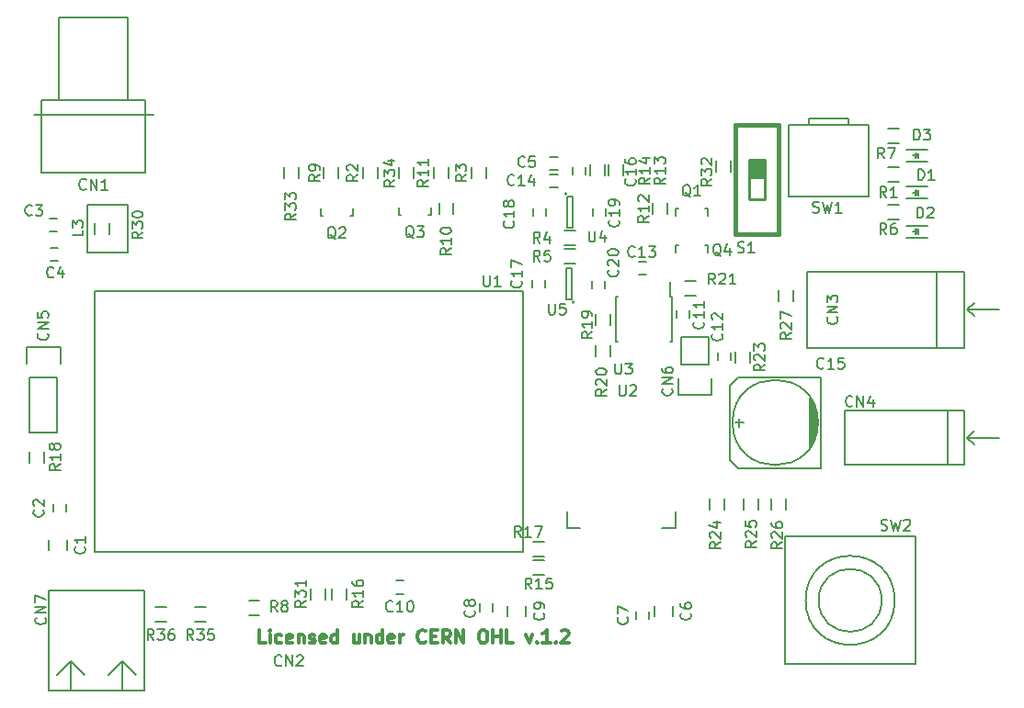
<source format=gto>
G04 #@! TF.GenerationSoftware,KiCad,Pcbnew,5.0.1-33cea8e~68~ubuntu18.04.1*
G04 #@! TF.CreationDate,2018-11-27T01:55:08+01:00*
G04 #@! TF.ProjectId,ArduTrxDMRShield,41726475547278444D52536869656C64,x1.0*
G04 #@! TF.SameCoordinates,Original*
G04 #@! TF.FileFunction,Legend,Top*
G04 #@! TF.FilePolarity,Positive*
%FSLAX46Y46*%
G04 Gerber Fmt 4.6, Leading zero omitted, Abs format (unit mm)*
G04 Created by KiCad (PCBNEW 5.0.1-33cea8e~68~ubuntu18.04.1) date Di 27 Nov 2018 01:55:08 CET*
%MOMM*%
%LPD*%
G01*
G04 APERTURE LIST*
%ADD10C,0.300000*%
%ADD11C,0.150000*%
%ADD12C,0.381000*%
%ADD13C,0.254000*%
G04 APERTURE END LIST*
D10*
X77142857Y-125742857D02*
X76571428Y-125742857D01*
X76571428Y-124542857D01*
X77542857Y-125742857D02*
X77542857Y-124942857D01*
X77542857Y-124542857D02*
X77485714Y-124600000D01*
X77542857Y-124657142D01*
X77600000Y-124600000D01*
X77542857Y-124542857D01*
X77542857Y-124657142D01*
X78628571Y-125685714D02*
X78514285Y-125742857D01*
X78285714Y-125742857D01*
X78171428Y-125685714D01*
X78114285Y-125628571D01*
X78057142Y-125514285D01*
X78057142Y-125171428D01*
X78114285Y-125057142D01*
X78171428Y-125000000D01*
X78285714Y-124942857D01*
X78514285Y-124942857D01*
X78628571Y-125000000D01*
X79600000Y-125685714D02*
X79485714Y-125742857D01*
X79257142Y-125742857D01*
X79142857Y-125685714D01*
X79085714Y-125571428D01*
X79085714Y-125114285D01*
X79142857Y-125000000D01*
X79257142Y-124942857D01*
X79485714Y-124942857D01*
X79600000Y-125000000D01*
X79657142Y-125114285D01*
X79657142Y-125228571D01*
X79085714Y-125342857D01*
X80171428Y-124942857D02*
X80171428Y-125742857D01*
X80171428Y-125057142D02*
X80228571Y-125000000D01*
X80342857Y-124942857D01*
X80514285Y-124942857D01*
X80628571Y-125000000D01*
X80685714Y-125114285D01*
X80685714Y-125742857D01*
X81200000Y-125685714D02*
X81314285Y-125742857D01*
X81542857Y-125742857D01*
X81657142Y-125685714D01*
X81714285Y-125571428D01*
X81714285Y-125514285D01*
X81657142Y-125400000D01*
X81542857Y-125342857D01*
X81371428Y-125342857D01*
X81257142Y-125285714D01*
X81200000Y-125171428D01*
X81200000Y-125114285D01*
X81257142Y-125000000D01*
X81371428Y-124942857D01*
X81542857Y-124942857D01*
X81657142Y-125000000D01*
X82685714Y-125685714D02*
X82571428Y-125742857D01*
X82342857Y-125742857D01*
X82228571Y-125685714D01*
X82171428Y-125571428D01*
X82171428Y-125114285D01*
X82228571Y-125000000D01*
X82342857Y-124942857D01*
X82571428Y-124942857D01*
X82685714Y-125000000D01*
X82742857Y-125114285D01*
X82742857Y-125228571D01*
X82171428Y-125342857D01*
X83771428Y-125742857D02*
X83771428Y-124542857D01*
X83771428Y-125685714D02*
X83657142Y-125742857D01*
X83428571Y-125742857D01*
X83314285Y-125685714D01*
X83257142Y-125628571D01*
X83200000Y-125514285D01*
X83200000Y-125171428D01*
X83257142Y-125057142D01*
X83314285Y-125000000D01*
X83428571Y-124942857D01*
X83657142Y-124942857D01*
X83771428Y-125000000D01*
X85771428Y-124942857D02*
X85771428Y-125742857D01*
X85257142Y-124942857D02*
X85257142Y-125571428D01*
X85314285Y-125685714D01*
X85428571Y-125742857D01*
X85600000Y-125742857D01*
X85714285Y-125685714D01*
X85771428Y-125628571D01*
X86342857Y-124942857D02*
X86342857Y-125742857D01*
X86342857Y-125057142D02*
X86400000Y-125000000D01*
X86514285Y-124942857D01*
X86685714Y-124942857D01*
X86800000Y-125000000D01*
X86857142Y-125114285D01*
X86857142Y-125742857D01*
X87942857Y-125742857D02*
X87942857Y-124542857D01*
X87942857Y-125685714D02*
X87828571Y-125742857D01*
X87600000Y-125742857D01*
X87485714Y-125685714D01*
X87428571Y-125628571D01*
X87371428Y-125514285D01*
X87371428Y-125171428D01*
X87428571Y-125057142D01*
X87485714Y-125000000D01*
X87600000Y-124942857D01*
X87828571Y-124942857D01*
X87942857Y-125000000D01*
X88971428Y-125685714D02*
X88857142Y-125742857D01*
X88628571Y-125742857D01*
X88514285Y-125685714D01*
X88457142Y-125571428D01*
X88457142Y-125114285D01*
X88514285Y-125000000D01*
X88628571Y-124942857D01*
X88857142Y-124942857D01*
X88971428Y-125000000D01*
X89028571Y-125114285D01*
X89028571Y-125228571D01*
X88457142Y-125342857D01*
X89542857Y-125742857D02*
X89542857Y-124942857D01*
X89542857Y-125171428D02*
X89600000Y-125057142D01*
X89657142Y-125000000D01*
X89771428Y-124942857D01*
X89885714Y-124942857D01*
X91885714Y-125628571D02*
X91828571Y-125685714D01*
X91657142Y-125742857D01*
X91542857Y-125742857D01*
X91371428Y-125685714D01*
X91257142Y-125571428D01*
X91200000Y-125457142D01*
X91142857Y-125228571D01*
X91142857Y-125057142D01*
X91200000Y-124828571D01*
X91257142Y-124714285D01*
X91371428Y-124600000D01*
X91542857Y-124542857D01*
X91657142Y-124542857D01*
X91828571Y-124600000D01*
X91885714Y-124657142D01*
X92400000Y-125114285D02*
X92800000Y-125114285D01*
X92971428Y-125742857D02*
X92400000Y-125742857D01*
X92400000Y-124542857D01*
X92971428Y-124542857D01*
X94171428Y-125742857D02*
X93771428Y-125171428D01*
X93485714Y-125742857D02*
X93485714Y-124542857D01*
X93942857Y-124542857D01*
X94057142Y-124600000D01*
X94114285Y-124657142D01*
X94171428Y-124771428D01*
X94171428Y-124942857D01*
X94114285Y-125057142D01*
X94057142Y-125114285D01*
X93942857Y-125171428D01*
X93485714Y-125171428D01*
X94685714Y-125742857D02*
X94685714Y-124542857D01*
X95371428Y-125742857D01*
X95371428Y-124542857D01*
X97085714Y-124542857D02*
X97314285Y-124542857D01*
X97428571Y-124600000D01*
X97542857Y-124714285D01*
X97600000Y-124942857D01*
X97600000Y-125342857D01*
X97542857Y-125571428D01*
X97428571Y-125685714D01*
X97314285Y-125742857D01*
X97085714Y-125742857D01*
X96971428Y-125685714D01*
X96857142Y-125571428D01*
X96800000Y-125342857D01*
X96800000Y-124942857D01*
X96857142Y-124714285D01*
X96971428Y-124600000D01*
X97085714Y-124542857D01*
X98114285Y-125742857D02*
X98114285Y-124542857D01*
X98114285Y-125114285D02*
X98800000Y-125114285D01*
X98800000Y-125742857D02*
X98800000Y-124542857D01*
X99942857Y-125742857D02*
X99371428Y-125742857D01*
X99371428Y-124542857D01*
X101142857Y-124942857D02*
X101428571Y-125742857D01*
X101714285Y-124942857D01*
X102171428Y-125628571D02*
X102228571Y-125685714D01*
X102171428Y-125742857D01*
X102114285Y-125685714D01*
X102171428Y-125628571D01*
X102171428Y-125742857D01*
X103371428Y-125742857D02*
X102685714Y-125742857D01*
X103028571Y-125742857D02*
X103028571Y-124542857D01*
X102914285Y-124714285D01*
X102800000Y-124828571D01*
X102685714Y-124885714D01*
X103885714Y-125628571D02*
X103942857Y-125685714D01*
X103885714Y-125742857D01*
X103828571Y-125685714D01*
X103885714Y-125628571D01*
X103885714Y-125742857D01*
X104400000Y-124657142D02*
X104457142Y-124600000D01*
X104571428Y-124542857D01*
X104857142Y-124542857D01*
X104971428Y-124600000D01*
X105028571Y-124657142D01*
X105085714Y-124771428D01*
X105085714Y-124885714D01*
X105028571Y-125057142D01*
X104342857Y-125742857D01*
X105085714Y-125742857D01*
D11*
G04 #@! TO.C,CN5*
X55150000Y-98450000D02*
X58250000Y-98450000D01*
X55150000Y-100000000D02*
X55150000Y-98450000D01*
X57970000Y-101270000D02*
X55430000Y-101270000D01*
X58250000Y-98450000D02*
X58250000Y-100000000D01*
X57970000Y-106350000D02*
X57970000Y-101270000D01*
X55430000Y-106350000D02*
X57970000Y-106350000D01*
X55430000Y-101270000D02*
X55430000Y-106350000D01*
G04 #@! TO.C,L3*
X60700000Y-85300000D02*
X64500000Y-85300000D01*
X60700000Y-89700000D02*
X60700000Y-85300000D01*
X64500000Y-89700000D02*
X60700000Y-89700000D01*
X64500000Y-85300000D02*
X64500000Y-89700000D01*
G04 #@! TO.C,CN1*
X66100000Y-75700000D02*
X66100000Y-82400000D01*
X56500000Y-75700000D02*
X66100000Y-75700000D01*
X56500000Y-82400000D02*
X56500000Y-75700000D01*
X66100000Y-82400000D02*
X56500000Y-82400000D01*
X66800000Y-77000000D02*
X55800000Y-77000000D01*
X58100000Y-68100000D02*
X58100000Y-75700000D01*
X64500000Y-68100000D02*
X58100000Y-68100000D01*
X64500000Y-75700000D02*
X64500000Y-68100000D01*
G04 #@! TO.C,U2*
X104900000Y-115100000D02*
X106150000Y-115100000D01*
X104900000Y-115100000D02*
X104900000Y-113600000D01*
X114900000Y-115100000D02*
X114900000Y-113600000D01*
X114900000Y-115100000D02*
X113650000Y-115100000D01*
G04 #@! TO.C,U3*
X114433500Y-93820500D02*
X114433500Y-92420500D01*
X109428500Y-93820500D02*
X109428500Y-97970500D01*
X114578500Y-93820500D02*
X114578500Y-97970500D01*
X109428500Y-93820500D02*
X109573500Y-93820500D01*
X109428500Y-97970500D02*
X109573500Y-97970500D01*
X114578500Y-97970500D02*
X114433500Y-97970500D01*
X114578500Y-93820500D02*
X114433500Y-93820500D01*
G04 #@! TO.C,Q2*
X82200180Y-86350240D02*
X82200180Y-85649200D01*
X82400840Y-86350240D02*
X82200180Y-86350240D01*
X85199820Y-86350240D02*
X84950900Y-86350240D01*
X85199820Y-85649200D02*
X85199820Y-86350240D01*
X82400840Y-86350240D02*
X82449100Y-86350240D01*
G04 #@! TO.C,Q3*
X89400180Y-86250240D02*
X89400180Y-85549200D01*
X89600840Y-86250240D02*
X89400180Y-86250240D01*
X92399820Y-86250240D02*
X92150900Y-86250240D01*
X92399820Y-85549200D02*
X92399820Y-86250240D01*
X89600840Y-86250240D02*
X89649100Y-86250240D01*
G04 #@! TO.C,SW2*
X135100000Y-121800000D02*
G75*
G03X135100000Y-121800000I-4100000J0D01*
G01*
X133900000Y-121800000D02*
G75*
G03X133900000Y-121800000I-2900000J0D01*
G01*
X137000000Y-127700000D02*
X125000000Y-127700000D01*
X137000000Y-115900000D02*
X137000000Y-127700000D01*
X125000000Y-115900000D02*
X137000000Y-115900000D01*
X125000000Y-115900000D02*
X125000000Y-127700000D01*
G04 #@! TO.C,CN4*
X130500000Y-104300000D02*
X141500000Y-104300000D01*
X130500000Y-109300000D02*
X130500000Y-104300000D01*
X141500000Y-109300000D02*
X130500000Y-109300000D01*
X141500000Y-104300000D02*
X141500000Y-109300000D01*
X140000000Y-104300000D02*
X140000000Y-109300000D01*
X144700000Y-106800000D02*
X141800000Y-106800000D01*
X141800000Y-106800000D02*
X142400000Y-107400000D01*
X142400000Y-106200000D02*
X141800000Y-106800000D01*
G04 #@! TO.C,SW1*
X132700000Y-78000000D02*
X132700000Y-84600000D01*
X125300000Y-78000000D02*
X132700000Y-78000000D01*
X125300000Y-84600000D02*
X125300000Y-78000000D01*
X132700000Y-84600000D02*
X125300000Y-84600000D01*
X127200000Y-77400000D02*
X127200000Y-78000000D01*
X130800000Y-77400000D02*
X127200000Y-77400000D01*
X130800000Y-77400000D02*
X130800000Y-78000000D01*
G04 #@! TO.C,CN6*
X117970000Y-97490000D02*
X115430000Y-97490000D01*
X117970000Y-100030000D02*
X117970000Y-97490000D01*
X118250000Y-102850000D02*
X115150000Y-102850000D01*
X118250000Y-101300000D02*
X118250000Y-102850000D01*
X115430000Y-100030000D02*
X117970000Y-100030000D01*
X115150000Y-102850000D02*
X115150000Y-101300000D01*
X115430000Y-100030000D02*
X115430000Y-97490000D01*
G04 #@! TO.C,C15*
X128037000Y-105400000D02*
G75*
G03X128037000Y-105400000I-3937000J0D01*
G01*
X120798000Y-105781000D02*
X120798000Y-105019000D01*
X120417000Y-105400000D02*
X121179000Y-105400000D01*
X120671000Y-109591000D02*
X128291000Y-109591000D01*
X119909000Y-108829000D02*
X120671000Y-109591000D01*
X119909000Y-101971000D02*
X119909000Y-108829000D01*
X120671000Y-101209000D02*
X119909000Y-101971000D01*
X128291000Y-101209000D02*
X120671000Y-101209000D01*
X128291000Y-109591000D02*
X128291000Y-101209000D01*
X127275000Y-107686000D02*
X127275000Y-103114000D01*
X127402000Y-103368000D02*
X127402000Y-107432000D01*
X127529000Y-103495000D02*
X127529000Y-107305000D01*
X127656000Y-107051000D02*
X127656000Y-103749000D01*
X127783000Y-104003000D02*
X127783000Y-106797000D01*
X127910000Y-106416000D02*
X127910000Y-104384000D01*
G04 #@! TO.C,C3*
X57250000Y-86600000D02*
X57950000Y-86600000D01*
X57950000Y-87800000D02*
X57250000Y-87800000D01*
G04 #@! TO.C,C4*
X57350000Y-89300000D02*
X58050000Y-89300000D01*
X58050000Y-90500000D02*
X57350000Y-90500000D01*
G04 #@! TO.C,C5*
X103350000Y-80900000D02*
X104050000Y-80900000D01*
X104050000Y-82100000D02*
X103350000Y-82100000D01*
G04 #@! TO.C,C6*
X112950000Y-122300000D02*
X112950000Y-123300000D01*
X114650000Y-123300000D02*
X114650000Y-122300000D01*
G04 #@! TO.C,C7*
X111300000Y-123550000D02*
X111300000Y-122850000D01*
X112500000Y-122850000D02*
X112500000Y-123550000D01*
G04 #@! TO.C,C8*
X96900000Y-122800000D02*
X96900000Y-122100000D01*
X98100000Y-122100000D02*
X98100000Y-122800000D01*
G04 #@! TO.C,C9*
X99450000Y-122300000D02*
X99450000Y-123300000D01*
X101150000Y-123300000D02*
X101150000Y-122300000D01*
G04 #@! TO.C,C10*
X89150000Y-120000000D02*
X89850000Y-120000000D01*
X89850000Y-121200000D02*
X89150000Y-121200000D01*
G04 #@! TO.C,C11*
X115000000Y-95750000D02*
X115000000Y-95050000D01*
X116200000Y-95050000D02*
X116200000Y-95750000D01*
G04 #@! TO.C,C12*
X120000000Y-98950000D02*
X120000000Y-99650000D01*
X118800000Y-99650000D02*
X118800000Y-98950000D01*
G04 #@! TO.C,C13*
X111550000Y-90600000D02*
X112250000Y-90600000D01*
X112250000Y-91800000D02*
X111550000Y-91800000D01*
G04 #@! TO.C,C14*
X103350000Y-82500000D02*
X104050000Y-82500000D01*
X104050000Y-83700000D02*
X103350000Y-83700000D01*
G04 #@! TO.C,C16*
X106600000Y-81850000D02*
X106600000Y-82550000D01*
X105400000Y-82550000D02*
X105400000Y-81850000D01*
G04 #@! TO.C,C17*
X102900000Y-92250000D02*
X102900000Y-92950000D01*
X101700000Y-92950000D02*
X101700000Y-92250000D01*
G04 #@! TO.C,C18*
X101800000Y-86350000D02*
X101800000Y-85650000D01*
X103000000Y-85650000D02*
X103000000Y-86350000D01*
G04 #@! TO.C,C19*
X107300000Y-86350000D02*
X107300000Y-85650000D01*
X108500000Y-85650000D02*
X108500000Y-86350000D01*
G04 #@! TO.C,C20*
X108400000Y-92350000D02*
X108400000Y-93050000D01*
X107200000Y-93050000D02*
X107200000Y-92350000D01*
G04 #@! TO.C,D1*
X137000000Y-83950000D02*
X137250000Y-84200000D01*
X137000000Y-84450000D02*
X137000000Y-83950000D01*
X137250000Y-84200000D02*
X137000000Y-84450000D01*
X137250000Y-84450000D02*
X137250000Y-83950000D01*
X137200000Y-84200000D02*
X136750000Y-84200000D01*
X138100000Y-84750000D02*
X136200000Y-84750000D01*
X138100000Y-83650000D02*
X136200000Y-83650000D01*
G04 #@! TO.C,D2*
X137000000Y-87550000D02*
X137250000Y-87800000D01*
X137000000Y-88050000D02*
X137000000Y-87550000D01*
X137250000Y-87800000D02*
X137000000Y-88050000D01*
X137250000Y-88050000D02*
X137250000Y-87550000D01*
X137200000Y-87800000D02*
X136750000Y-87800000D01*
X138100000Y-88350000D02*
X136200000Y-88350000D01*
X138100000Y-87250000D02*
X136200000Y-87250000D01*
G04 #@! TO.C,D3*
X137000000Y-80550000D02*
X137250000Y-80800000D01*
X137000000Y-81050000D02*
X137000000Y-80550000D01*
X137250000Y-80800000D02*
X137000000Y-81050000D01*
X137250000Y-81050000D02*
X137250000Y-80550000D01*
X137200000Y-80800000D02*
X136750000Y-80800000D01*
X138100000Y-81350000D02*
X136200000Y-81350000D01*
X138100000Y-80250000D02*
X136200000Y-80250000D01*
G04 #@! TO.C,R1*
X135500000Y-83175000D02*
X134500000Y-83175000D01*
X134500000Y-81825000D02*
X135500000Y-81825000D01*
G04 #@! TO.C,R4*
X105700000Y-89075000D02*
X104700000Y-89075000D01*
X104700000Y-87725000D02*
X105700000Y-87725000D01*
G04 #@! TO.C,R5*
X105700000Y-90775000D02*
X104700000Y-90775000D01*
X104700000Y-89425000D02*
X105700000Y-89425000D01*
G04 #@! TO.C,R6*
X135500000Y-86675000D02*
X134500000Y-86675000D01*
X134500000Y-85325000D02*
X135500000Y-85325000D01*
G04 #@! TO.C,R7*
X135500000Y-79675000D02*
X134500000Y-79675000D01*
X134500000Y-78325000D02*
X135500000Y-78325000D01*
G04 #@! TO.C,R8*
X75600000Y-121825000D02*
X76600000Y-121825000D01*
X76600000Y-123175000D02*
X75600000Y-123175000D01*
G04 #@! TO.C,R9*
X83875000Y-81900000D02*
X83875000Y-82900000D01*
X82525000Y-82900000D02*
X82525000Y-81900000D01*
G04 #@! TO.C,R10*
X94475000Y-85200000D02*
X94475000Y-86200000D01*
X93125000Y-86200000D02*
X93125000Y-85200000D01*
G04 #@! TO.C,R11*
X93975000Y-81900000D02*
X93975000Y-82900000D01*
X92625000Y-82900000D02*
X92625000Y-81900000D01*
G04 #@! TO.C,R12*
X112825000Y-86200000D02*
X112825000Y-85200000D01*
X114175000Y-85200000D02*
X114175000Y-86200000D01*
G04 #@! TO.C,R13*
X110075000Y-81600000D02*
X110075000Y-82600000D01*
X108725000Y-82600000D02*
X108725000Y-81600000D01*
G04 #@! TO.C,R14*
X107025000Y-82600000D02*
X107025000Y-81600000D01*
X108375000Y-81600000D02*
X108375000Y-82600000D01*
G04 #@! TO.C,R15*
X101800000Y-118125000D02*
X102800000Y-118125000D01*
X102800000Y-119475000D02*
X101800000Y-119475000D01*
G04 #@! TO.C,R16*
X84575000Y-120700000D02*
X84575000Y-121700000D01*
X83225000Y-121700000D02*
X83225000Y-120700000D01*
G04 #@! TO.C,R17*
X102800000Y-117775000D02*
X101800000Y-117775000D01*
X101800000Y-116425000D02*
X102800000Y-116425000D01*
G04 #@! TO.C,R18*
X55425000Y-109100000D02*
X55425000Y-108100000D01*
X56775000Y-108100000D02*
X56775000Y-109100000D01*
G04 #@! TO.C,R19*
X107525000Y-96400000D02*
X107525000Y-95400000D01*
X108875000Y-95400000D02*
X108875000Y-96400000D01*
G04 #@! TO.C,R20*
X108875000Y-98300000D02*
X108875000Y-99300000D01*
X107525000Y-99300000D02*
X107525000Y-98300000D01*
G04 #@! TO.C,R23*
X120425000Y-99900000D02*
X120425000Y-98900000D01*
X121775000Y-98900000D02*
X121775000Y-99900000D01*
G04 #@! TO.C,R24*
X119375000Y-112400000D02*
X119375000Y-113400000D01*
X118025000Y-113400000D02*
X118025000Y-112400000D01*
G04 #@! TO.C,R25*
X122575000Y-112400000D02*
X122575000Y-113400000D01*
X121225000Y-113400000D02*
X121225000Y-112400000D01*
G04 #@! TO.C,R26*
X125075000Y-112400000D02*
X125075000Y-113400000D01*
X123725000Y-113400000D02*
X123725000Y-112400000D01*
G04 #@! TO.C,R27*
X125775000Y-93200000D02*
X125775000Y-94200000D01*
X124425000Y-94200000D02*
X124425000Y-93200000D01*
G04 #@! TO.C,R30*
X61425000Y-88000000D02*
X61425000Y-87000000D01*
X62775000Y-87000000D02*
X62775000Y-88000000D01*
G04 #@! TO.C,R31*
X81325000Y-121700000D02*
X81325000Y-120700000D01*
X82675000Y-120700000D02*
X82675000Y-121700000D01*
G04 #@! TO.C,R32*
X119975000Y-81300000D02*
X119975000Y-82300000D01*
X118625000Y-82300000D02*
X118625000Y-81300000D01*
D12*
G04 #@! TO.C,S1*
X120401020Y-88001260D02*
X120401020Y-77998740D01*
X124398980Y-88001260D02*
X120401020Y-88001260D01*
X124398980Y-77998740D02*
X124398980Y-88001260D01*
X120401020Y-77998740D02*
X124398980Y-77998740D01*
D13*
X123101040Y-81199140D02*
X121698960Y-81199140D01*
X123101040Y-84800860D02*
X123101040Y-81199140D01*
X121698960Y-84800860D02*
X123101040Y-84800860D01*
X121698960Y-81199140D02*
X121698960Y-84800860D01*
X121698960Y-82799340D02*
X123101040Y-82799340D01*
X121698960Y-82598680D02*
X123101040Y-82598680D01*
X121698960Y-82199900D02*
X123101040Y-82199900D01*
X121698960Y-82400560D02*
X123101040Y-82400560D01*
X121698960Y-81600460D02*
X123101040Y-81600460D01*
X121698960Y-81399800D02*
X123101040Y-81399800D01*
X121698960Y-81798580D02*
X123101040Y-81798580D01*
X121698960Y-81999240D02*
X123101040Y-81999240D01*
D11*
G04 #@! TO.C,U4*
X104950000Y-84550000D02*
X104950000Y-87450000D01*
X104950000Y-87450000D02*
X105450000Y-87450000D01*
X105450000Y-87450000D02*
X105450000Y-84550000D01*
X105450000Y-84550000D02*
X104950000Y-84550000D01*
X104900000Y-84300000D02*
G75*
G03X104900000Y-84300000I-100000J0D01*
G01*
G04 #@! TO.C,U5*
X105350000Y-94050000D02*
X105350000Y-91150000D01*
X105350000Y-91150000D02*
X104850000Y-91150000D01*
X104850000Y-91150000D02*
X104850000Y-94050000D01*
X104850000Y-94050000D02*
X105350000Y-94050000D01*
X105600000Y-94300000D02*
G75*
G03X105600000Y-94300000I-100000J0D01*
G01*
G04 #@! TO.C,CN3*
X144700000Y-95000000D02*
X141800000Y-95000000D01*
X141800000Y-95000000D02*
X142400000Y-95600000D01*
X142400000Y-94400000D02*
X141800000Y-95000000D01*
X127000000Y-91500000D02*
X141500000Y-91500000D01*
X127000000Y-98500000D02*
X127000000Y-91500000D01*
X141500000Y-98500000D02*
X127000000Y-98500000D01*
X141500000Y-91500000D02*
X141500000Y-98500000D01*
X139000000Y-91500000D02*
X139000000Y-98500000D01*
G04 #@! TO.C,R33*
X78825000Y-82900000D02*
X78825000Y-81900000D01*
X80175000Y-81900000D02*
X80175000Y-82900000D01*
G04 #@! TO.C,R34*
X89425000Y-82900000D02*
X89425000Y-81900000D01*
X90775000Y-81900000D02*
X90775000Y-82900000D01*
G04 #@! TO.C,R35*
X71650000Y-123775000D02*
X70650000Y-123775000D01*
X70650000Y-122425000D02*
X71650000Y-122425000D01*
G04 #@! TO.C,R36*
X68000000Y-123775000D02*
X67000000Y-123775000D01*
X67000000Y-122425000D02*
X68000000Y-122425000D01*
G04 #@! TO.C,CN7*
X57195000Y-120900000D02*
X66005000Y-120900000D01*
X66005000Y-120900000D02*
X66005000Y-130100000D01*
X57195000Y-130100000D02*
X66005000Y-130100000D01*
X57195000Y-120900000D02*
X57195000Y-130100000D01*
X59240000Y-129990000D02*
X59240000Y-127450000D01*
X59240000Y-127450000D02*
X57970000Y-128720000D01*
X59240000Y-127450000D02*
X60510000Y-128720000D01*
X63960000Y-127450000D02*
X63960000Y-129990000D01*
X63960000Y-127450000D02*
X62690000Y-128720000D01*
X63960000Y-127450000D02*
X65230000Y-128720000D01*
G04 #@! TO.C,U1*
X61400000Y-93300000D02*
X100900000Y-93300000D01*
X61400000Y-117300000D02*
X61400000Y-93300000D01*
X100900000Y-117300000D02*
X61400000Y-117300000D01*
X100900000Y-93300000D02*
X100900000Y-117300000D01*
G04 #@! TO.C,R2*
X86125000Y-82900000D02*
X86125000Y-81900000D01*
X87475000Y-81900000D02*
X87475000Y-82900000D01*
G04 #@! TO.C,R3*
X97475000Y-81900000D02*
X97475000Y-82900000D01*
X96125000Y-82900000D02*
X96125000Y-81900000D01*
G04 #@! TO.C,C1*
X58850000Y-117200000D02*
X58850000Y-116200000D01*
X57150000Y-116200000D02*
X57150000Y-117200000D01*
G04 #@! TO.C,C2*
X57600000Y-113650000D02*
X57600000Y-112950000D01*
X58800000Y-112950000D02*
X58800000Y-113650000D01*
G04 #@! TO.C,Q1*
X117899820Y-85649760D02*
X117899820Y-86350800D01*
X117699160Y-85649760D02*
X117899820Y-85649760D01*
X114900180Y-85649760D02*
X115149100Y-85649760D01*
X114900180Y-86350800D02*
X114900180Y-85649760D01*
X117699160Y-85649760D02*
X117650900Y-85649760D01*
G04 #@! TO.C,Q4*
X117699160Y-89049760D02*
X117650900Y-89049760D01*
X114900180Y-89750800D02*
X114900180Y-89049760D01*
X114900180Y-89049760D02*
X115149100Y-89049760D01*
X117699160Y-89049760D02*
X117899820Y-89049760D01*
X117899820Y-89049760D02*
X117899820Y-89750800D01*
G04 #@! TO.C,R21*
X115800000Y-92325000D02*
X116800000Y-92325000D01*
X116800000Y-93675000D02*
X115800000Y-93675000D01*
G04 #@! TO.C,CN5*
X57057142Y-97190476D02*
X57104761Y-97238095D01*
X57152380Y-97380952D01*
X57152380Y-97476190D01*
X57104761Y-97619047D01*
X57009523Y-97714285D01*
X56914285Y-97761904D01*
X56723809Y-97809523D01*
X56580952Y-97809523D01*
X56390476Y-97761904D01*
X56295238Y-97714285D01*
X56200000Y-97619047D01*
X56152380Y-97476190D01*
X56152380Y-97380952D01*
X56200000Y-97238095D01*
X56247619Y-97190476D01*
X57152380Y-96761904D02*
X56152380Y-96761904D01*
X57152380Y-96190476D01*
X56152380Y-96190476D01*
X56152380Y-95238095D02*
X56152380Y-95714285D01*
X56628571Y-95761904D01*
X56580952Y-95714285D01*
X56533333Y-95619047D01*
X56533333Y-95380952D01*
X56580952Y-95285714D01*
X56628571Y-95238095D01*
X56723809Y-95190476D01*
X56961904Y-95190476D01*
X57057142Y-95238095D01*
X57104761Y-95285714D01*
X57152380Y-95380952D01*
X57152380Y-95619047D01*
X57104761Y-95714285D01*
X57057142Y-95761904D01*
G04 #@! TO.C,L3*
X60352380Y-87666666D02*
X60352380Y-88142857D01*
X59352380Y-88142857D01*
X59352380Y-87428571D02*
X59352380Y-86809523D01*
X59733333Y-87142857D01*
X59733333Y-87000000D01*
X59780952Y-86904761D01*
X59828571Y-86857142D01*
X59923809Y-86809523D01*
X60161904Y-86809523D01*
X60257142Y-86857142D01*
X60304761Y-86904761D01*
X60352380Y-87000000D01*
X60352380Y-87285714D01*
X60304761Y-87380952D01*
X60257142Y-87428571D01*
G04 #@! TO.C,CN2*
X78609523Y-127757142D02*
X78561904Y-127804761D01*
X78419047Y-127852380D01*
X78323809Y-127852380D01*
X78180952Y-127804761D01*
X78085714Y-127709523D01*
X78038095Y-127614285D01*
X77990476Y-127423809D01*
X77990476Y-127280952D01*
X78038095Y-127090476D01*
X78085714Y-126995238D01*
X78180952Y-126900000D01*
X78323809Y-126852380D01*
X78419047Y-126852380D01*
X78561904Y-126900000D01*
X78609523Y-126947619D01*
X79038095Y-127852380D02*
X79038095Y-126852380D01*
X79609523Y-127852380D01*
X79609523Y-126852380D01*
X80038095Y-126947619D02*
X80085714Y-126900000D01*
X80180952Y-126852380D01*
X80419047Y-126852380D01*
X80514285Y-126900000D01*
X80561904Y-126947619D01*
X80609523Y-127042857D01*
X80609523Y-127138095D01*
X80561904Y-127280952D01*
X79990476Y-127852380D01*
X80609523Y-127852380D01*
G04 #@! TO.C,CN1*
X60609523Y-83857142D02*
X60561904Y-83904761D01*
X60419047Y-83952380D01*
X60323809Y-83952380D01*
X60180952Y-83904761D01*
X60085714Y-83809523D01*
X60038095Y-83714285D01*
X59990476Y-83523809D01*
X59990476Y-83380952D01*
X60038095Y-83190476D01*
X60085714Y-83095238D01*
X60180952Y-83000000D01*
X60323809Y-82952380D01*
X60419047Y-82952380D01*
X60561904Y-83000000D01*
X60609523Y-83047619D01*
X61038095Y-83952380D02*
X61038095Y-82952380D01*
X61609523Y-83952380D01*
X61609523Y-82952380D01*
X62609523Y-83952380D02*
X62038095Y-83952380D01*
X62323809Y-83952380D02*
X62323809Y-82952380D01*
X62228571Y-83095238D01*
X62133333Y-83190476D01*
X62038095Y-83238095D01*
G04 #@! TO.C,U2*
X109738095Y-101952380D02*
X109738095Y-102761904D01*
X109785714Y-102857142D01*
X109833333Y-102904761D01*
X109928571Y-102952380D01*
X110119047Y-102952380D01*
X110214285Y-102904761D01*
X110261904Y-102857142D01*
X110309523Y-102761904D01*
X110309523Y-101952380D01*
X110738095Y-102047619D02*
X110785714Y-102000000D01*
X110880952Y-101952380D01*
X111119047Y-101952380D01*
X111214285Y-102000000D01*
X111261904Y-102047619D01*
X111309523Y-102142857D01*
X111309523Y-102238095D01*
X111261904Y-102380952D01*
X110690476Y-102952380D01*
X111309523Y-102952380D01*
G04 #@! TO.C,U3*
X109338095Y-99952380D02*
X109338095Y-100761904D01*
X109385714Y-100857142D01*
X109433333Y-100904761D01*
X109528571Y-100952380D01*
X109719047Y-100952380D01*
X109814285Y-100904761D01*
X109861904Y-100857142D01*
X109909523Y-100761904D01*
X109909523Y-99952380D01*
X110290476Y-99952380D02*
X110909523Y-99952380D01*
X110576190Y-100333333D01*
X110719047Y-100333333D01*
X110814285Y-100380952D01*
X110861904Y-100428571D01*
X110909523Y-100523809D01*
X110909523Y-100761904D01*
X110861904Y-100857142D01*
X110814285Y-100904761D01*
X110719047Y-100952380D01*
X110433333Y-100952380D01*
X110338095Y-100904761D01*
X110290476Y-100857142D01*
G04 #@! TO.C,Q2*
X83604761Y-88497619D02*
X83509523Y-88450000D01*
X83414285Y-88354761D01*
X83271428Y-88211904D01*
X83176190Y-88164285D01*
X83080952Y-88164285D01*
X83128571Y-88402380D02*
X83033333Y-88354761D01*
X82938095Y-88259523D01*
X82890476Y-88069047D01*
X82890476Y-87735714D01*
X82938095Y-87545238D01*
X83033333Y-87450000D01*
X83128571Y-87402380D01*
X83319047Y-87402380D01*
X83414285Y-87450000D01*
X83509523Y-87545238D01*
X83557142Y-87735714D01*
X83557142Y-88069047D01*
X83509523Y-88259523D01*
X83414285Y-88354761D01*
X83319047Y-88402380D01*
X83128571Y-88402380D01*
X83938095Y-87497619D02*
X83985714Y-87450000D01*
X84080952Y-87402380D01*
X84319047Y-87402380D01*
X84414285Y-87450000D01*
X84461904Y-87497619D01*
X84509523Y-87592857D01*
X84509523Y-87688095D01*
X84461904Y-87830952D01*
X83890476Y-88402380D01*
X84509523Y-88402380D01*
G04 #@! TO.C,Q3*
X90804761Y-88397619D02*
X90709523Y-88350000D01*
X90614285Y-88254761D01*
X90471428Y-88111904D01*
X90376190Y-88064285D01*
X90280952Y-88064285D01*
X90328571Y-88302380D02*
X90233333Y-88254761D01*
X90138095Y-88159523D01*
X90090476Y-87969047D01*
X90090476Y-87635714D01*
X90138095Y-87445238D01*
X90233333Y-87350000D01*
X90328571Y-87302380D01*
X90519047Y-87302380D01*
X90614285Y-87350000D01*
X90709523Y-87445238D01*
X90757142Y-87635714D01*
X90757142Y-87969047D01*
X90709523Y-88159523D01*
X90614285Y-88254761D01*
X90519047Y-88302380D01*
X90328571Y-88302380D01*
X91090476Y-87302380D02*
X91709523Y-87302380D01*
X91376190Y-87683333D01*
X91519047Y-87683333D01*
X91614285Y-87730952D01*
X91661904Y-87778571D01*
X91709523Y-87873809D01*
X91709523Y-88111904D01*
X91661904Y-88207142D01*
X91614285Y-88254761D01*
X91519047Y-88302380D01*
X91233333Y-88302380D01*
X91138095Y-88254761D01*
X91090476Y-88207142D01*
G04 #@! TO.C,SW2*
X133866666Y-115304761D02*
X134009523Y-115352380D01*
X134247619Y-115352380D01*
X134342857Y-115304761D01*
X134390476Y-115257142D01*
X134438095Y-115161904D01*
X134438095Y-115066666D01*
X134390476Y-114971428D01*
X134342857Y-114923809D01*
X134247619Y-114876190D01*
X134057142Y-114828571D01*
X133961904Y-114780952D01*
X133914285Y-114733333D01*
X133866666Y-114638095D01*
X133866666Y-114542857D01*
X133914285Y-114447619D01*
X133961904Y-114400000D01*
X134057142Y-114352380D01*
X134295238Y-114352380D01*
X134438095Y-114400000D01*
X134771428Y-114352380D02*
X135009523Y-115352380D01*
X135200000Y-114638095D01*
X135390476Y-115352380D01*
X135628571Y-114352380D01*
X135961904Y-114447619D02*
X136009523Y-114400000D01*
X136104761Y-114352380D01*
X136342857Y-114352380D01*
X136438095Y-114400000D01*
X136485714Y-114447619D01*
X136533333Y-114542857D01*
X136533333Y-114638095D01*
X136485714Y-114780952D01*
X135914285Y-115352380D01*
X136533333Y-115352380D01*
G04 #@! TO.C,CN4*
X131209523Y-103857142D02*
X131161904Y-103904761D01*
X131019047Y-103952380D01*
X130923809Y-103952380D01*
X130780952Y-103904761D01*
X130685714Y-103809523D01*
X130638095Y-103714285D01*
X130590476Y-103523809D01*
X130590476Y-103380952D01*
X130638095Y-103190476D01*
X130685714Y-103095238D01*
X130780952Y-103000000D01*
X130923809Y-102952380D01*
X131019047Y-102952380D01*
X131161904Y-103000000D01*
X131209523Y-103047619D01*
X131638095Y-103952380D02*
X131638095Y-102952380D01*
X132209523Y-103952380D01*
X132209523Y-102952380D01*
X133114285Y-103285714D02*
X133114285Y-103952380D01*
X132876190Y-102904761D02*
X132638095Y-103619047D01*
X133257142Y-103619047D01*
G04 #@! TO.C,SW1*
X127566666Y-86004761D02*
X127709523Y-86052380D01*
X127947619Y-86052380D01*
X128042857Y-86004761D01*
X128090476Y-85957142D01*
X128138095Y-85861904D01*
X128138095Y-85766666D01*
X128090476Y-85671428D01*
X128042857Y-85623809D01*
X127947619Y-85576190D01*
X127757142Y-85528571D01*
X127661904Y-85480952D01*
X127614285Y-85433333D01*
X127566666Y-85338095D01*
X127566666Y-85242857D01*
X127614285Y-85147619D01*
X127661904Y-85100000D01*
X127757142Y-85052380D01*
X127995238Y-85052380D01*
X128138095Y-85100000D01*
X128471428Y-85052380D02*
X128709523Y-86052380D01*
X128900000Y-85338095D01*
X129090476Y-86052380D01*
X129328571Y-85052380D01*
X130233333Y-86052380D02*
X129661904Y-86052380D01*
X129947619Y-86052380D02*
X129947619Y-85052380D01*
X129852380Y-85195238D01*
X129757142Y-85290476D01*
X129661904Y-85338095D01*
G04 #@! TO.C,CN6*
X114557142Y-102290476D02*
X114604761Y-102338095D01*
X114652380Y-102480952D01*
X114652380Y-102576190D01*
X114604761Y-102719047D01*
X114509523Y-102814285D01*
X114414285Y-102861904D01*
X114223809Y-102909523D01*
X114080952Y-102909523D01*
X113890476Y-102861904D01*
X113795238Y-102814285D01*
X113700000Y-102719047D01*
X113652380Y-102576190D01*
X113652380Y-102480952D01*
X113700000Y-102338095D01*
X113747619Y-102290476D01*
X114652380Y-101861904D02*
X113652380Y-101861904D01*
X114652380Y-101290476D01*
X113652380Y-101290476D01*
X113652380Y-100385714D02*
X113652380Y-100576190D01*
X113700000Y-100671428D01*
X113747619Y-100719047D01*
X113890476Y-100814285D01*
X114080952Y-100861904D01*
X114461904Y-100861904D01*
X114557142Y-100814285D01*
X114604761Y-100766666D01*
X114652380Y-100671428D01*
X114652380Y-100480952D01*
X114604761Y-100385714D01*
X114557142Y-100338095D01*
X114461904Y-100290476D01*
X114223809Y-100290476D01*
X114128571Y-100338095D01*
X114080952Y-100385714D01*
X114033333Y-100480952D01*
X114033333Y-100671428D01*
X114080952Y-100766666D01*
X114128571Y-100814285D01*
X114223809Y-100861904D01*
G04 #@! TO.C,C15*
X128557142Y-100357142D02*
X128509523Y-100404761D01*
X128366666Y-100452380D01*
X128271428Y-100452380D01*
X128128571Y-100404761D01*
X128033333Y-100309523D01*
X127985714Y-100214285D01*
X127938095Y-100023809D01*
X127938095Y-99880952D01*
X127985714Y-99690476D01*
X128033333Y-99595238D01*
X128128571Y-99500000D01*
X128271428Y-99452380D01*
X128366666Y-99452380D01*
X128509523Y-99500000D01*
X128557142Y-99547619D01*
X129509523Y-100452380D02*
X128938095Y-100452380D01*
X129223809Y-100452380D02*
X129223809Y-99452380D01*
X129128571Y-99595238D01*
X129033333Y-99690476D01*
X128938095Y-99738095D01*
X130414285Y-99452380D02*
X129938095Y-99452380D01*
X129890476Y-99928571D01*
X129938095Y-99880952D01*
X130033333Y-99833333D01*
X130271428Y-99833333D01*
X130366666Y-99880952D01*
X130414285Y-99928571D01*
X130461904Y-100023809D01*
X130461904Y-100261904D01*
X130414285Y-100357142D01*
X130366666Y-100404761D01*
X130271428Y-100452380D01*
X130033333Y-100452380D01*
X129938095Y-100404761D01*
X129890476Y-100357142D01*
G04 #@! TO.C,C3*
X55633333Y-86257142D02*
X55585714Y-86304761D01*
X55442857Y-86352380D01*
X55347619Y-86352380D01*
X55204761Y-86304761D01*
X55109523Y-86209523D01*
X55061904Y-86114285D01*
X55014285Y-85923809D01*
X55014285Y-85780952D01*
X55061904Y-85590476D01*
X55109523Y-85495238D01*
X55204761Y-85400000D01*
X55347619Y-85352380D01*
X55442857Y-85352380D01*
X55585714Y-85400000D01*
X55633333Y-85447619D01*
X55966666Y-85352380D02*
X56585714Y-85352380D01*
X56252380Y-85733333D01*
X56395238Y-85733333D01*
X56490476Y-85780952D01*
X56538095Y-85828571D01*
X56585714Y-85923809D01*
X56585714Y-86161904D01*
X56538095Y-86257142D01*
X56490476Y-86304761D01*
X56395238Y-86352380D01*
X56109523Y-86352380D01*
X56014285Y-86304761D01*
X55966666Y-86257142D01*
G04 #@! TO.C,C4*
X57633333Y-91957142D02*
X57585714Y-92004761D01*
X57442857Y-92052380D01*
X57347619Y-92052380D01*
X57204761Y-92004761D01*
X57109523Y-91909523D01*
X57061904Y-91814285D01*
X57014285Y-91623809D01*
X57014285Y-91480952D01*
X57061904Y-91290476D01*
X57109523Y-91195238D01*
X57204761Y-91100000D01*
X57347619Y-91052380D01*
X57442857Y-91052380D01*
X57585714Y-91100000D01*
X57633333Y-91147619D01*
X58490476Y-91385714D02*
X58490476Y-92052380D01*
X58252380Y-91004761D02*
X58014285Y-91719047D01*
X58633333Y-91719047D01*
G04 #@! TO.C,C5*
X101033333Y-81757142D02*
X100985714Y-81804761D01*
X100842857Y-81852380D01*
X100747619Y-81852380D01*
X100604761Y-81804761D01*
X100509523Y-81709523D01*
X100461904Y-81614285D01*
X100414285Y-81423809D01*
X100414285Y-81280952D01*
X100461904Y-81090476D01*
X100509523Y-80995238D01*
X100604761Y-80900000D01*
X100747619Y-80852380D01*
X100842857Y-80852380D01*
X100985714Y-80900000D01*
X101033333Y-80947619D01*
X101938095Y-80852380D02*
X101461904Y-80852380D01*
X101414285Y-81328571D01*
X101461904Y-81280952D01*
X101557142Y-81233333D01*
X101795238Y-81233333D01*
X101890476Y-81280952D01*
X101938095Y-81328571D01*
X101985714Y-81423809D01*
X101985714Y-81661904D01*
X101938095Y-81757142D01*
X101890476Y-81804761D01*
X101795238Y-81852380D01*
X101557142Y-81852380D01*
X101461904Y-81804761D01*
X101414285Y-81757142D01*
G04 #@! TO.C,C6*
X116257142Y-122966666D02*
X116304761Y-123014285D01*
X116352380Y-123157142D01*
X116352380Y-123252380D01*
X116304761Y-123395238D01*
X116209523Y-123490476D01*
X116114285Y-123538095D01*
X115923809Y-123585714D01*
X115780952Y-123585714D01*
X115590476Y-123538095D01*
X115495238Y-123490476D01*
X115400000Y-123395238D01*
X115352380Y-123252380D01*
X115352380Y-123157142D01*
X115400000Y-123014285D01*
X115447619Y-122966666D01*
X115352380Y-122109523D02*
X115352380Y-122300000D01*
X115400000Y-122395238D01*
X115447619Y-122442857D01*
X115590476Y-122538095D01*
X115780952Y-122585714D01*
X116161904Y-122585714D01*
X116257142Y-122538095D01*
X116304761Y-122490476D01*
X116352380Y-122395238D01*
X116352380Y-122204761D01*
X116304761Y-122109523D01*
X116257142Y-122061904D01*
X116161904Y-122014285D01*
X115923809Y-122014285D01*
X115828571Y-122061904D01*
X115780952Y-122109523D01*
X115733333Y-122204761D01*
X115733333Y-122395238D01*
X115780952Y-122490476D01*
X115828571Y-122538095D01*
X115923809Y-122585714D01*
G04 #@! TO.C,C7*
X110457142Y-123366666D02*
X110504761Y-123414285D01*
X110552380Y-123557142D01*
X110552380Y-123652380D01*
X110504761Y-123795238D01*
X110409523Y-123890476D01*
X110314285Y-123938095D01*
X110123809Y-123985714D01*
X109980952Y-123985714D01*
X109790476Y-123938095D01*
X109695238Y-123890476D01*
X109600000Y-123795238D01*
X109552380Y-123652380D01*
X109552380Y-123557142D01*
X109600000Y-123414285D01*
X109647619Y-123366666D01*
X109552380Y-123033333D02*
X109552380Y-122366666D01*
X110552380Y-122795238D01*
G04 #@! TO.C,C8*
X96357142Y-122716666D02*
X96404761Y-122764285D01*
X96452380Y-122907142D01*
X96452380Y-123002380D01*
X96404761Y-123145238D01*
X96309523Y-123240476D01*
X96214285Y-123288095D01*
X96023809Y-123335714D01*
X95880952Y-123335714D01*
X95690476Y-123288095D01*
X95595238Y-123240476D01*
X95500000Y-123145238D01*
X95452380Y-123002380D01*
X95452380Y-122907142D01*
X95500000Y-122764285D01*
X95547619Y-122716666D01*
X95880952Y-122145238D02*
X95833333Y-122240476D01*
X95785714Y-122288095D01*
X95690476Y-122335714D01*
X95642857Y-122335714D01*
X95547619Y-122288095D01*
X95500000Y-122240476D01*
X95452380Y-122145238D01*
X95452380Y-121954761D01*
X95500000Y-121859523D01*
X95547619Y-121811904D01*
X95642857Y-121764285D01*
X95690476Y-121764285D01*
X95785714Y-121811904D01*
X95833333Y-121859523D01*
X95880952Y-121954761D01*
X95880952Y-122145238D01*
X95928571Y-122240476D01*
X95976190Y-122288095D01*
X96071428Y-122335714D01*
X96261904Y-122335714D01*
X96357142Y-122288095D01*
X96404761Y-122240476D01*
X96452380Y-122145238D01*
X96452380Y-121954761D01*
X96404761Y-121859523D01*
X96357142Y-121811904D01*
X96261904Y-121764285D01*
X96071428Y-121764285D01*
X95976190Y-121811904D01*
X95928571Y-121859523D01*
X95880952Y-121954761D01*
G04 #@! TO.C,C9*
X102757142Y-122966666D02*
X102804761Y-123014285D01*
X102852380Y-123157142D01*
X102852380Y-123252380D01*
X102804761Y-123395238D01*
X102709523Y-123490476D01*
X102614285Y-123538095D01*
X102423809Y-123585714D01*
X102280952Y-123585714D01*
X102090476Y-123538095D01*
X101995238Y-123490476D01*
X101900000Y-123395238D01*
X101852380Y-123252380D01*
X101852380Y-123157142D01*
X101900000Y-123014285D01*
X101947619Y-122966666D01*
X102852380Y-122490476D02*
X102852380Y-122300000D01*
X102804761Y-122204761D01*
X102757142Y-122157142D01*
X102614285Y-122061904D01*
X102423809Y-122014285D01*
X102042857Y-122014285D01*
X101947619Y-122061904D01*
X101900000Y-122109523D01*
X101852380Y-122204761D01*
X101852380Y-122395238D01*
X101900000Y-122490476D01*
X101947619Y-122538095D01*
X102042857Y-122585714D01*
X102280952Y-122585714D01*
X102376190Y-122538095D01*
X102423809Y-122490476D01*
X102471428Y-122395238D01*
X102471428Y-122204761D01*
X102423809Y-122109523D01*
X102376190Y-122061904D01*
X102280952Y-122014285D01*
G04 #@! TO.C,C10*
X88857142Y-122757142D02*
X88809523Y-122804761D01*
X88666666Y-122852380D01*
X88571428Y-122852380D01*
X88428571Y-122804761D01*
X88333333Y-122709523D01*
X88285714Y-122614285D01*
X88238095Y-122423809D01*
X88238095Y-122280952D01*
X88285714Y-122090476D01*
X88333333Y-121995238D01*
X88428571Y-121900000D01*
X88571428Y-121852380D01*
X88666666Y-121852380D01*
X88809523Y-121900000D01*
X88857142Y-121947619D01*
X89809523Y-122852380D02*
X89238095Y-122852380D01*
X89523809Y-122852380D02*
X89523809Y-121852380D01*
X89428571Y-121995238D01*
X89333333Y-122090476D01*
X89238095Y-122138095D01*
X90428571Y-121852380D02*
X90523809Y-121852380D01*
X90619047Y-121900000D01*
X90666666Y-121947619D01*
X90714285Y-122042857D01*
X90761904Y-122233333D01*
X90761904Y-122471428D01*
X90714285Y-122661904D01*
X90666666Y-122757142D01*
X90619047Y-122804761D01*
X90523809Y-122852380D01*
X90428571Y-122852380D01*
X90333333Y-122804761D01*
X90285714Y-122757142D01*
X90238095Y-122661904D01*
X90190476Y-122471428D01*
X90190476Y-122233333D01*
X90238095Y-122042857D01*
X90285714Y-121947619D01*
X90333333Y-121900000D01*
X90428571Y-121852380D01*
G04 #@! TO.C,C11*
X117457142Y-96142857D02*
X117504761Y-96190476D01*
X117552380Y-96333333D01*
X117552380Y-96428571D01*
X117504761Y-96571428D01*
X117409523Y-96666666D01*
X117314285Y-96714285D01*
X117123809Y-96761904D01*
X116980952Y-96761904D01*
X116790476Y-96714285D01*
X116695238Y-96666666D01*
X116600000Y-96571428D01*
X116552380Y-96428571D01*
X116552380Y-96333333D01*
X116600000Y-96190476D01*
X116647619Y-96142857D01*
X117552380Y-95190476D02*
X117552380Y-95761904D01*
X117552380Y-95476190D02*
X116552380Y-95476190D01*
X116695238Y-95571428D01*
X116790476Y-95666666D01*
X116838095Y-95761904D01*
X117552380Y-94238095D02*
X117552380Y-94809523D01*
X117552380Y-94523809D02*
X116552380Y-94523809D01*
X116695238Y-94619047D01*
X116790476Y-94714285D01*
X116838095Y-94809523D01*
G04 #@! TO.C,C12*
X119157142Y-97242857D02*
X119204761Y-97290476D01*
X119252380Y-97433333D01*
X119252380Y-97528571D01*
X119204761Y-97671428D01*
X119109523Y-97766666D01*
X119014285Y-97814285D01*
X118823809Y-97861904D01*
X118680952Y-97861904D01*
X118490476Y-97814285D01*
X118395238Y-97766666D01*
X118300000Y-97671428D01*
X118252380Y-97528571D01*
X118252380Y-97433333D01*
X118300000Y-97290476D01*
X118347619Y-97242857D01*
X119252380Y-96290476D02*
X119252380Y-96861904D01*
X119252380Y-96576190D02*
X118252380Y-96576190D01*
X118395238Y-96671428D01*
X118490476Y-96766666D01*
X118538095Y-96861904D01*
X118347619Y-95909523D02*
X118300000Y-95861904D01*
X118252380Y-95766666D01*
X118252380Y-95528571D01*
X118300000Y-95433333D01*
X118347619Y-95385714D01*
X118442857Y-95338095D01*
X118538095Y-95338095D01*
X118680952Y-95385714D01*
X119252380Y-95957142D01*
X119252380Y-95338095D01*
G04 #@! TO.C,C13*
X111157142Y-90057142D02*
X111109523Y-90104761D01*
X110966666Y-90152380D01*
X110871428Y-90152380D01*
X110728571Y-90104761D01*
X110633333Y-90009523D01*
X110585714Y-89914285D01*
X110538095Y-89723809D01*
X110538095Y-89580952D01*
X110585714Y-89390476D01*
X110633333Y-89295238D01*
X110728571Y-89200000D01*
X110871428Y-89152380D01*
X110966666Y-89152380D01*
X111109523Y-89200000D01*
X111157142Y-89247619D01*
X112109523Y-90152380D02*
X111538095Y-90152380D01*
X111823809Y-90152380D02*
X111823809Y-89152380D01*
X111728571Y-89295238D01*
X111633333Y-89390476D01*
X111538095Y-89438095D01*
X112442857Y-89152380D02*
X113061904Y-89152380D01*
X112728571Y-89533333D01*
X112871428Y-89533333D01*
X112966666Y-89580952D01*
X113014285Y-89628571D01*
X113061904Y-89723809D01*
X113061904Y-89961904D01*
X113014285Y-90057142D01*
X112966666Y-90104761D01*
X112871428Y-90152380D01*
X112585714Y-90152380D01*
X112490476Y-90104761D01*
X112442857Y-90057142D01*
G04 #@! TO.C,C14*
X100057142Y-83457142D02*
X100009523Y-83504761D01*
X99866666Y-83552380D01*
X99771428Y-83552380D01*
X99628571Y-83504761D01*
X99533333Y-83409523D01*
X99485714Y-83314285D01*
X99438095Y-83123809D01*
X99438095Y-82980952D01*
X99485714Y-82790476D01*
X99533333Y-82695238D01*
X99628571Y-82600000D01*
X99771428Y-82552380D01*
X99866666Y-82552380D01*
X100009523Y-82600000D01*
X100057142Y-82647619D01*
X101009523Y-83552380D02*
X100438095Y-83552380D01*
X100723809Y-83552380D02*
X100723809Y-82552380D01*
X100628571Y-82695238D01*
X100533333Y-82790476D01*
X100438095Y-82838095D01*
X101866666Y-82885714D02*
X101866666Y-83552380D01*
X101628571Y-82504761D02*
X101390476Y-83219047D01*
X102009523Y-83219047D01*
G04 #@! TO.C,C16*
X111157142Y-82942857D02*
X111204761Y-82990476D01*
X111252380Y-83133333D01*
X111252380Y-83228571D01*
X111204761Y-83371428D01*
X111109523Y-83466666D01*
X111014285Y-83514285D01*
X110823809Y-83561904D01*
X110680952Y-83561904D01*
X110490476Y-83514285D01*
X110395238Y-83466666D01*
X110300000Y-83371428D01*
X110252380Y-83228571D01*
X110252380Y-83133333D01*
X110300000Y-82990476D01*
X110347619Y-82942857D01*
X111252380Y-81990476D02*
X111252380Y-82561904D01*
X111252380Y-82276190D02*
X110252380Y-82276190D01*
X110395238Y-82371428D01*
X110490476Y-82466666D01*
X110538095Y-82561904D01*
X110252380Y-81133333D02*
X110252380Y-81323809D01*
X110300000Y-81419047D01*
X110347619Y-81466666D01*
X110490476Y-81561904D01*
X110680952Y-81609523D01*
X111061904Y-81609523D01*
X111157142Y-81561904D01*
X111204761Y-81514285D01*
X111252380Y-81419047D01*
X111252380Y-81228571D01*
X111204761Y-81133333D01*
X111157142Y-81085714D01*
X111061904Y-81038095D01*
X110823809Y-81038095D01*
X110728571Y-81085714D01*
X110680952Y-81133333D01*
X110633333Y-81228571D01*
X110633333Y-81419047D01*
X110680952Y-81514285D01*
X110728571Y-81561904D01*
X110823809Y-81609523D01*
G04 #@! TO.C,C17*
X100657142Y-92342857D02*
X100704761Y-92390476D01*
X100752380Y-92533333D01*
X100752380Y-92628571D01*
X100704761Y-92771428D01*
X100609523Y-92866666D01*
X100514285Y-92914285D01*
X100323809Y-92961904D01*
X100180952Y-92961904D01*
X99990476Y-92914285D01*
X99895238Y-92866666D01*
X99800000Y-92771428D01*
X99752380Y-92628571D01*
X99752380Y-92533333D01*
X99800000Y-92390476D01*
X99847619Y-92342857D01*
X100752380Y-91390476D02*
X100752380Y-91961904D01*
X100752380Y-91676190D02*
X99752380Y-91676190D01*
X99895238Y-91771428D01*
X99990476Y-91866666D01*
X100038095Y-91961904D01*
X99752380Y-91057142D02*
X99752380Y-90390476D01*
X100752380Y-90819047D01*
G04 #@! TO.C,C18*
X99957142Y-86842857D02*
X100004761Y-86890476D01*
X100052380Y-87033333D01*
X100052380Y-87128571D01*
X100004761Y-87271428D01*
X99909523Y-87366666D01*
X99814285Y-87414285D01*
X99623809Y-87461904D01*
X99480952Y-87461904D01*
X99290476Y-87414285D01*
X99195238Y-87366666D01*
X99100000Y-87271428D01*
X99052380Y-87128571D01*
X99052380Y-87033333D01*
X99100000Y-86890476D01*
X99147619Y-86842857D01*
X100052380Y-85890476D02*
X100052380Y-86461904D01*
X100052380Y-86176190D02*
X99052380Y-86176190D01*
X99195238Y-86271428D01*
X99290476Y-86366666D01*
X99338095Y-86461904D01*
X99480952Y-85319047D02*
X99433333Y-85414285D01*
X99385714Y-85461904D01*
X99290476Y-85509523D01*
X99242857Y-85509523D01*
X99147619Y-85461904D01*
X99100000Y-85414285D01*
X99052380Y-85319047D01*
X99052380Y-85128571D01*
X99100000Y-85033333D01*
X99147619Y-84985714D01*
X99242857Y-84938095D01*
X99290476Y-84938095D01*
X99385714Y-84985714D01*
X99433333Y-85033333D01*
X99480952Y-85128571D01*
X99480952Y-85319047D01*
X99528571Y-85414285D01*
X99576190Y-85461904D01*
X99671428Y-85509523D01*
X99861904Y-85509523D01*
X99957142Y-85461904D01*
X100004761Y-85414285D01*
X100052380Y-85319047D01*
X100052380Y-85128571D01*
X100004761Y-85033333D01*
X99957142Y-84985714D01*
X99861904Y-84938095D01*
X99671428Y-84938095D01*
X99576190Y-84985714D01*
X99528571Y-85033333D01*
X99480952Y-85128571D01*
G04 #@! TO.C,C19*
X109657142Y-86742857D02*
X109704761Y-86790476D01*
X109752380Y-86933333D01*
X109752380Y-87028571D01*
X109704761Y-87171428D01*
X109609523Y-87266666D01*
X109514285Y-87314285D01*
X109323809Y-87361904D01*
X109180952Y-87361904D01*
X108990476Y-87314285D01*
X108895238Y-87266666D01*
X108800000Y-87171428D01*
X108752380Y-87028571D01*
X108752380Y-86933333D01*
X108800000Y-86790476D01*
X108847619Y-86742857D01*
X109752380Y-85790476D02*
X109752380Y-86361904D01*
X109752380Y-86076190D02*
X108752380Y-86076190D01*
X108895238Y-86171428D01*
X108990476Y-86266666D01*
X109038095Y-86361904D01*
X109752380Y-85314285D02*
X109752380Y-85123809D01*
X109704761Y-85028571D01*
X109657142Y-84980952D01*
X109514285Y-84885714D01*
X109323809Y-84838095D01*
X108942857Y-84838095D01*
X108847619Y-84885714D01*
X108800000Y-84933333D01*
X108752380Y-85028571D01*
X108752380Y-85219047D01*
X108800000Y-85314285D01*
X108847619Y-85361904D01*
X108942857Y-85409523D01*
X109180952Y-85409523D01*
X109276190Y-85361904D01*
X109323809Y-85314285D01*
X109371428Y-85219047D01*
X109371428Y-85028571D01*
X109323809Y-84933333D01*
X109276190Y-84885714D01*
X109180952Y-84838095D01*
G04 #@! TO.C,C20*
X109557142Y-91342857D02*
X109604761Y-91390476D01*
X109652380Y-91533333D01*
X109652380Y-91628571D01*
X109604761Y-91771428D01*
X109509523Y-91866666D01*
X109414285Y-91914285D01*
X109223809Y-91961904D01*
X109080952Y-91961904D01*
X108890476Y-91914285D01*
X108795238Y-91866666D01*
X108700000Y-91771428D01*
X108652380Y-91628571D01*
X108652380Y-91533333D01*
X108700000Y-91390476D01*
X108747619Y-91342857D01*
X108747619Y-90961904D02*
X108700000Y-90914285D01*
X108652380Y-90819047D01*
X108652380Y-90580952D01*
X108700000Y-90485714D01*
X108747619Y-90438095D01*
X108842857Y-90390476D01*
X108938095Y-90390476D01*
X109080952Y-90438095D01*
X109652380Y-91009523D01*
X109652380Y-90390476D01*
X108652380Y-89771428D02*
X108652380Y-89676190D01*
X108700000Y-89580952D01*
X108747619Y-89533333D01*
X108842857Y-89485714D01*
X109033333Y-89438095D01*
X109271428Y-89438095D01*
X109461904Y-89485714D01*
X109557142Y-89533333D01*
X109604761Y-89580952D01*
X109652380Y-89676190D01*
X109652380Y-89771428D01*
X109604761Y-89866666D01*
X109557142Y-89914285D01*
X109461904Y-89961904D01*
X109271428Y-90009523D01*
X109033333Y-90009523D01*
X108842857Y-89961904D01*
X108747619Y-89914285D01*
X108700000Y-89866666D01*
X108652380Y-89771428D01*
G04 #@! TO.C,D1*
X137261904Y-83052380D02*
X137261904Y-82052380D01*
X137500000Y-82052380D01*
X137642857Y-82100000D01*
X137738095Y-82195238D01*
X137785714Y-82290476D01*
X137833333Y-82480952D01*
X137833333Y-82623809D01*
X137785714Y-82814285D01*
X137738095Y-82909523D01*
X137642857Y-83004761D01*
X137500000Y-83052380D01*
X137261904Y-83052380D01*
X138785714Y-83052380D02*
X138214285Y-83052380D01*
X138500000Y-83052380D02*
X138500000Y-82052380D01*
X138404761Y-82195238D01*
X138309523Y-82290476D01*
X138214285Y-82338095D01*
G04 #@! TO.C,D2*
X137161904Y-86552380D02*
X137161904Y-85552380D01*
X137400000Y-85552380D01*
X137542857Y-85600000D01*
X137638095Y-85695238D01*
X137685714Y-85790476D01*
X137733333Y-85980952D01*
X137733333Y-86123809D01*
X137685714Y-86314285D01*
X137638095Y-86409523D01*
X137542857Y-86504761D01*
X137400000Y-86552380D01*
X137161904Y-86552380D01*
X138114285Y-85647619D02*
X138161904Y-85600000D01*
X138257142Y-85552380D01*
X138495238Y-85552380D01*
X138590476Y-85600000D01*
X138638095Y-85647619D01*
X138685714Y-85742857D01*
X138685714Y-85838095D01*
X138638095Y-85980952D01*
X138066666Y-86552380D01*
X138685714Y-86552380D01*
G04 #@! TO.C,D3*
X136861904Y-79352380D02*
X136861904Y-78352380D01*
X137100000Y-78352380D01*
X137242857Y-78400000D01*
X137338095Y-78495238D01*
X137385714Y-78590476D01*
X137433333Y-78780952D01*
X137433333Y-78923809D01*
X137385714Y-79114285D01*
X137338095Y-79209523D01*
X137242857Y-79304761D01*
X137100000Y-79352380D01*
X136861904Y-79352380D01*
X137766666Y-78352380D02*
X138385714Y-78352380D01*
X138052380Y-78733333D01*
X138195238Y-78733333D01*
X138290476Y-78780952D01*
X138338095Y-78828571D01*
X138385714Y-78923809D01*
X138385714Y-79161904D01*
X138338095Y-79257142D01*
X138290476Y-79304761D01*
X138195238Y-79352380D01*
X137909523Y-79352380D01*
X137814285Y-79304761D01*
X137766666Y-79257142D01*
G04 #@! TO.C,R1*
X134333333Y-84652380D02*
X134000000Y-84176190D01*
X133761904Y-84652380D02*
X133761904Y-83652380D01*
X134142857Y-83652380D01*
X134238095Y-83700000D01*
X134285714Y-83747619D01*
X134333333Y-83842857D01*
X134333333Y-83985714D01*
X134285714Y-84080952D01*
X134238095Y-84128571D01*
X134142857Y-84176190D01*
X133761904Y-84176190D01*
X135285714Y-84652380D02*
X134714285Y-84652380D01*
X135000000Y-84652380D02*
X135000000Y-83652380D01*
X134904761Y-83795238D01*
X134809523Y-83890476D01*
X134714285Y-83938095D01*
G04 #@! TO.C,R4*
X102433333Y-88852380D02*
X102100000Y-88376190D01*
X101861904Y-88852380D02*
X101861904Y-87852380D01*
X102242857Y-87852380D01*
X102338095Y-87900000D01*
X102385714Y-87947619D01*
X102433333Y-88042857D01*
X102433333Y-88185714D01*
X102385714Y-88280952D01*
X102338095Y-88328571D01*
X102242857Y-88376190D01*
X101861904Y-88376190D01*
X103290476Y-88185714D02*
X103290476Y-88852380D01*
X103052380Y-87804761D02*
X102814285Y-88519047D01*
X103433333Y-88519047D01*
G04 #@! TO.C,R5*
X102433333Y-90552380D02*
X102100000Y-90076190D01*
X101861904Y-90552380D02*
X101861904Y-89552380D01*
X102242857Y-89552380D01*
X102338095Y-89600000D01*
X102385714Y-89647619D01*
X102433333Y-89742857D01*
X102433333Y-89885714D01*
X102385714Y-89980952D01*
X102338095Y-90028571D01*
X102242857Y-90076190D01*
X101861904Y-90076190D01*
X103338095Y-89552380D02*
X102861904Y-89552380D01*
X102814285Y-90028571D01*
X102861904Y-89980952D01*
X102957142Y-89933333D01*
X103195238Y-89933333D01*
X103290476Y-89980952D01*
X103338095Y-90028571D01*
X103385714Y-90123809D01*
X103385714Y-90361904D01*
X103338095Y-90457142D01*
X103290476Y-90504761D01*
X103195238Y-90552380D01*
X102957142Y-90552380D01*
X102861904Y-90504761D01*
X102814285Y-90457142D01*
G04 #@! TO.C,R6*
X134333333Y-88052380D02*
X134000000Y-87576190D01*
X133761904Y-88052380D02*
X133761904Y-87052380D01*
X134142857Y-87052380D01*
X134238095Y-87100000D01*
X134285714Y-87147619D01*
X134333333Y-87242857D01*
X134333333Y-87385714D01*
X134285714Y-87480952D01*
X134238095Y-87528571D01*
X134142857Y-87576190D01*
X133761904Y-87576190D01*
X135190476Y-87052380D02*
X135000000Y-87052380D01*
X134904761Y-87100000D01*
X134857142Y-87147619D01*
X134761904Y-87290476D01*
X134714285Y-87480952D01*
X134714285Y-87861904D01*
X134761904Y-87957142D01*
X134809523Y-88004761D01*
X134904761Y-88052380D01*
X135095238Y-88052380D01*
X135190476Y-88004761D01*
X135238095Y-87957142D01*
X135285714Y-87861904D01*
X135285714Y-87623809D01*
X135238095Y-87528571D01*
X135190476Y-87480952D01*
X135095238Y-87433333D01*
X134904761Y-87433333D01*
X134809523Y-87480952D01*
X134761904Y-87528571D01*
X134714285Y-87623809D01*
G04 #@! TO.C,R7*
X134133333Y-81052380D02*
X133800000Y-80576190D01*
X133561904Y-81052380D02*
X133561904Y-80052380D01*
X133942857Y-80052380D01*
X134038095Y-80100000D01*
X134085714Y-80147619D01*
X134133333Y-80242857D01*
X134133333Y-80385714D01*
X134085714Y-80480952D01*
X134038095Y-80528571D01*
X133942857Y-80576190D01*
X133561904Y-80576190D01*
X134466666Y-80052380D02*
X135133333Y-80052380D01*
X134704761Y-81052380D01*
G04 #@! TO.C,R8*
X78233333Y-122852380D02*
X77900000Y-122376190D01*
X77661904Y-122852380D02*
X77661904Y-121852380D01*
X78042857Y-121852380D01*
X78138095Y-121900000D01*
X78185714Y-121947619D01*
X78233333Y-122042857D01*
X78233333Y-122185714D01*
X78185714Y-122280952D01*
X78138095Y-122328571D01*
X78042857Y-122376190D01*
X77661904Y-122376190D01*
X78804761Y-122280952D02*
X78709523Y-122233333D01*
X78661904Y-122185714D01*
X78614285Y-122090476D01*
X78614285Y-122042857D01*
X78661904Y-121947619D01*
X78709523Y-121900000D01*
X78804761Y-121852380D01*
X78995238Y-121852380D01*
X79090476Y-121900000D01*
X79138095Y-121947619D01*
X79185714Y-122042857D01*
X79185714Y-122090476D01*
X79138095Y-122185714D01*
X79090476Y-122233333D01*
X78995238Y-122280952D01*
X78804761Y-122280952D01*
X78709523Y-122328571D01*
X78661904Y-122376190D01*
X78614285Y-122471428D01*
X78614285Y-122661904D01*
X78661904Y-122757142D01*
X78709523Y-122804761D01*
X78804761Y-122852380D01*
X78995238Y-122852380D01*
X79090476Y-122804761D01*
X79138095Y-122757142D01*
X79185714Y-122661904D01*
X79185714Y-122471428D01*
X79138095Y-122376190D01*
X79090476Y-122328571D01*
X78995238Y-122280952D01*
G04 #@! TO.C,R9*
X82152380Y-82566666D02*
X81676190Y-82900000D01*
X82152380Y-83138095D02*
X81152380Y-83138095D01*
X81152380Y-82757142D01*
X81200000Y-82661904D01*
X81247619Y-82614285D01*
X81342857Y-82566666D01*
X81485714Y-82566666D01*
X81580952Y-82614285D01*
X81628571Y-82661904D01*
X81676190Y-82757142D01*
X81676190Y-83138095D01*
X82152380Y-82090476D02*
X82152380Y-81900000D01*
X82104761Y-81804761D01*
X82057142Y-81757142D01*
X81914285Y-81661904D01*
X81723809Y-81614285D01*
X81342857Y-81614285D01*
X81247619Y-81661904D01*
X81200000Y-81709523D01*
X81152380Y-81804761D01*
X81152380Y-81995238D01*
X81200000Y-82090476D01*
X81247619Y-82138095D01*
X81342857Y-82185714D01*
X81580952Y-82185714D01*
X81676190Y-82138095D01*
X81723809Y-82090476D01*
X81771428Y-81995238D01*
X81771428Y-81804761D01*
X81723809Y-81709523D01*
X81676190Y-81661904D01*
X81580952Y-81614285D01*
G04 #@! TO.C,R10*
X94252380Y-89342857D02*
X93776190Y-89676190D01*
X94252380Y-89914285D02*
X93252380Y-89914285D01*
X93252380Y-89533333D01*
X93300000Y-89438095D01*
X93347619Y-89390476D01*
X93442857Y-89342857D01*
X93585714Y-89342857D01*
X93680952Y-89390476D01*
X93728571Y-89438095D01*
X93776190Y-89533333D01*
X93776190Y-89914285D01*
X94252380Y-88390476D02*
X94252380Y-88961904D01*
X94252380Y-88676190D02*
X93252380Y-88676190D01*
X93395238Y-88771428D01*
X93490476Y-88866666D01*
X93538095Y-88961904D01*
X93252380Y-87771428D02*
X93252380Y-87676190D01*
X93300000Y-87580952D01*
X93347619Y-87533333D01*
X93442857Y-87485714D01*
X93633333Y-87438095D01*
X93871428Y-87438095D01*
X94061904Y-87485714D01*
X94157142Y-87533333D01*
X94204761Y-87580952D01*
X94252380Y-87676190D01*
X94252380Y-87771428D01*
X94204761Y-87866666D01*
X94157142Y-87914285D01*
X94061904Y-87961904D01*
X93871428Y-88009523D01*
X93633333Y-88009523D01*
X93442857Y-87961904D01*
X93347619Y-87914285D01*
X93300000Y-87866666D01*
X93252380Y-87771428D01*
G04 #@! TO.C,R11*
X92152380Y-83042857D02*
X91676190Y-83376190D01*
X92152380Y-83614285D02*
X91152380Y-83614285D01*
X91152380Y-83233333D01*
X91200000Y-83138095D01*
X91247619Y-83090476D01*
X91342857Y-83042857D01*
X91485714Y-83042857D01*
X91580952Y-83090476D01*
X91628571Y-83138095D01*
X91676190Y-83233333D01*
X91676190Y-83614285D01*
X92152380Y-82090476D02*
X92152380Y-82661904D01*
X92152380Y-82376190D02*
X91152380Y-82376190D01*
X91295238Y-82471428D01*
X91390476Y-82566666D01*
X91438095Y-82661904D01*
X92152380Y-81138095D02*
X92152380Y-81709523D01*
X92152380Y-81423809D02*
X91152380Y-81423809D01*
X91295238Y-81519047D01*
X91390476Y-81614285D01*
X91438095Y-81709523D01*
G04 #@! TO.C,R12*
X112452380Y-86342857D02*
X111976190Y-86676190D01*
X112452380Y-86914285D02*
X111452380Y-86914285D01*
X111452380Y-86533333D01*
X111500000Y-86438095D01*
X111547619Y-86390476D01*
X111642857Y-86342857D01*
X111785714Y-86342857D01*
X111880952Y-86390476D01*
X111928571Y-86438095D01*
X111976190Y-86533333D01*
X111976190Y-86914285D01*
X112452380Y-85390476D02*
X112452380Y-85961904D01*
X112452380Y-85676190D02*
X111452380Y-85676190D01*
X111595238Y-85771428D01*
X111690476Y-85866666D01*
X111738095Y-85961904D01*
X111547619Y-85009523D02*
X111500000Y-84961904D01*
X111452380Y-84866666D01*
X111452380Y-84628571D01*
X111500000Y-84533333D01*
X111547619Y-84485714D01*
X111642857Y-84438095D01*
X111738095Y-84438095D01*
X111880952Y-84485714D01*
X112452380Y-85057142D01*
X112452380Y-84438095D01*
G04 #@! TO.C,R13*
X113952380Y-82842857D02*
X113476190Y-83176190D01*
X113952380Y-83414285D02*
X112952380Y-83414285D01*
X112952380Y-83033333D01*
X113000000Y-82938095D01*
X113047619Y-82890476D01*
X113142857Y-82842857D01*
X113285714Y-82842857D01*
X113380952Y-82890476D01*
X113428571Y-82938095D01*
X113476190Y-83033333D01*
X113476190Y-83414285D01*
X113952380Y-81890476D02*
X113952380Y-82461904D01*
X113952380Y-82176190D02*
X112952380Y-82176190D01*
X113095238Y-82271428D01*
X113190476Y-82366666D01*
X113238095Y-82461904D01*
X112952380Y-81557142D02*
X112952380Y-80938095D01*
X113333333Y-81271428D01*
X113333333Y-81128571D01*
X113380952Y-81033333D01*
X113428571Y-80985714D01*
X113523809Y-80938095D01*
X113761904Y-80938095D01*
X113857142Y-80985714D01*
X113904761Y-81033333D01*
X113952380Y-81128571D01*
X113952380Y-81414285D01*
X113904761Y-81509523D01*
X113857142Y-81557142D01*
G04 #@! TO.C,R14*
X112552380Y-82842857D02*
X112076190Y-83176190D01*
X112552380Y-83414285D02*
X111552380Y-83414285D01*
X111552380Y-83033333D01*
X111600000Y-82938095D01*
X111647619Y-82890476D01*
X111742857Y-82842857D01*
X111885714Y-82842857D01*
X111980952Y-82890476D01*
X112028571Y-82938095D01*
X112076190Y-83033333D01*
X112076190Y-83414285D01*
X112552380Y-81890476D02*
X112552380Y-82461904D01*
X112552380Y-82176190D02*
X111552380Y-82176190D01*
X111695238Y-82271428D01*
X111790476Y-82366666D01*
X111838095Y-82461904D01*
X111885714Y-81033333D02*
X112552380Y-81033333D01*
X111504761Y-81271428D02*
X112219047Y-81509523D01*
X112219047Y-80890476D01*
G04 #@! TO.C,R15*
X101657142Y-120752380D02*
X101323809Y-120276190D01*
X101085714Y-120752380D02*
X101085714Y-119752380D01*
X101466666Y-119752380D01*
X101561904Y-119800000D01*
X101609523Y-119847619D01*
X101657142Y-119942857D01*
X101657142Y-120085714D01*
X101609523Y-120180952D01*
X101561904Y-120228571D01*
X101466666Y-120276190D01*
X101085714Y-120276190D01*
X102609523Y-120752380D02*
X102038095Y-120752380D01*
X102323809Y-120752380D02*
X102323809Y-119752380D01*
X102228571Y-119895238D01*
X102133333Y-119990476D01*
X102038095Y-120038095D01*
X103514285Y-119752380D02*
X103038095Y-119752380D01*
X102990476Y-120228571D01*
X103038095Y-120180952D01*
X103133333Y-120133333D01*
X103371428Y-120133333D01*
X103466666Y-120180952D01*
X103514285Y-120228571D01*
X103561904Y-120323809D01*
X103561904Y-120561904D01*
X103514285Y-120657142D01*
X103466666Y-120704761D01*
X103371428Y-120752380D01*
X103133333Y-120752380D01*
X103038095Y-120704761D01*
X102990476Y-120657142D01*
G04 #@! TO.C,R16*
X86152380Y-121842857D02*
X85676190Y-122176190D01*
X86152380Y-122414285D02*
X85152380Y-122414285D01*
X85152380Y-122033333D01*
X85200000Y-121938095D01*
X85247619Y-121890476D01*
X85342857Y-121842857D01*
X85485714Y-121842857D01*
X85580952Y-121890476D01*
X85628571Y-121938095D01*
X85676190Y-122033333D01*
X85676190Y-122414285D01*
X86152380Y-120890476D02*
X86152380Y-121461904D01*
X86152380Y-121176190D02*
X85152380Y-121176190D01*
X85295238Y-121271428D01*
X85390476Y-121366666D01*
X85438095Y-121461904D01*
X85152380Y-120033333D02*
X85152380Y-120223809D01*
X85200000Y-120319047D01*
X85247619Y-120366666D01*
X85390476Y-120461904D01*
X85580952Y-120509523D01*
X85961904Y-120509523D01*
X86057142Y-120461904D01*
X86104761Y-120414285D01*
X86152380Y-120319047D01*
X86152380Y-120128571D01*
X86104761Y-120033333D01*
X86057142Y-119985714D01*
X85961904Y-119938095D01*
X85723809Y-119938095D01*
X85628571Y-119985714D01*
X85580952Y-120033333D01*
X85533333Y-120128571D01*
X85533333Y-120319047D01*
X85580952Y-120414285D01*
X85628571Y-120461904D01*
X85723809Y-120509523D01*
G04 #@! TO.C,R17*
X100657142Y-115952380D02*
X100323809Y-115476190D01*
X100085714Y-115952380D02*
X100085714Y-114952380D01*
X100466666Y-114952380D01*
X100561904Y-115000000D01*
X100609523Y-115047619D01*
X100657142Y-115142857D01*
X100657142Y-115285714D01*
X100609523Y-115380952D01*
X100561904Y-115428571D01*
X100466666Y-115476190D01*
X100085714Y-115476190D01*
X101609523Y-115952380D02*
X101038095Y-115952380D01*
X101323809Y-115952380D02*
X101323809Y-114952380D01*
X101228571Y-115095238D01*
X101133333Y-115190476D01*
X101038095Y-115238095D01*
X101942857Y-114952380D02*
X102609523Y-114952380D01*
X102180952Y-115952380D01*
G04 #@! TO.C,R18*
X58252380Y-109242857D02*
X57776190Y-109576190D01*
X58252380Y-109814285D02*
X57252380Y-109814285D01*
X57252380Y-109433333D01*
X57300000Y-109338095D01*
X57347619Y-109290476D01*
X57442857Y-109242857D01*
X57585714Y-109242857D01*
X57680952Y-109290476D01*
X57728571Y-109338095D01*
X57776190Y-109433333D01*
X57776190Y-109814285D01*
X58252380Y-108290476D02*
X58252380Y-108861904D01*
X58252380Y-108576190D02*
X57252380Y-108576190D01*
X57395238Y-108671428D01*
X57490476Y-108766666D01*
X57538095Y-108861904D01*
X57680952Y-107719047D02*
X57633333Y-107814285D01*
X57585714Y-107861904D01*
X57490476Y-107909523D01*
X57442857Y-107909523D01*
X57347619Y-107861904D01*
X57300000Y-107814285D01*
X57252380Y-107719047D01*
X57252380Y-107528571D01*
X57300000Y-107433333D01*
X57347619Y-107385714D01*
X57442857Y-107338095D01*
X57490476Y-107338095D01*
X57585714Y-107385714D01*
X57633333Y-107433333D01*
X57680952Y-107528571D01*
X57680952Y-107719047D01*
X57728571Y-107814285D01*
X57776190Y-107861904D01*
X57871428Y-107909523D01*
X58061904Y-107909523D01*
X58157142Y-107861904D01*
X58204761Y-107814285D01*
X58252380Y-107719047D01*
X58252380Y-107528571D01*
X58204761Y-107433333D01*
X58157142Y-107385714D01*
X58061904Y-107338095D01*
X57871428Y-107338095D01*
X57776190Y-107385714D01*
X57728571Y-107433333D01*
X57680952Y-107528571D01*
G04 #@! TO.C,R19*
X107252380Y-97042857D02*
X106776190Y-97376190D01*
X107252380Y-97614285D02*
X106252380Y-97614285D01*
X106252380Y-97233333D01*
X106300000Y-97138095D01*
X106347619Y-97090476D01*
X106442857Y-97042857D01*
X106585714Y-97042857D01*
X106680952Y-97090476D01*
X106728571Y-97138095D01*
X106776190Y-97233333D01*
X106776190Y-97614285D01*
X107252380Y-96090476D02*
X107252380Y-96661904D01*
X107252380Y-96376190D02*
X106252380Y-96376190D01*
X106395238Y-96471428D01*
X106490476Y-96566666D01*
X106538095Y-96661904D01*
X107252380Y-95614285D02*
X107252380Y-95423809D01*
X107204761Y-95328571D01*
X107157142Y-95280952D01*
X107014285Y-95185714D01*
X106823809Y-95138095D01*
X106442857Y-95138095D01*
X106347619Y-95185714D01*
X106300000Y-95233333D01*
X106252380Y-95328571D01*
X106252380Y-95519047D01*
X106300000Y-95614285D01*
X106347619Y-95661904D01*
X106442857Y-95709523D01*
X106680952Y-95709523D01*
X106776190Y-95661904D01*
X106823809Y-95614285D01*
X106871428Y-95519047D01*
X106871428Y-95328571D01*
X106823809Y-95233333D01*
X106776190Y-95185714D01*
X106680952Y-95138095D01*
G04 #@! TO.C,R20*
X108552380Y-102342857D02*
X108076190Y-102676190D01*
X108552380Y-102914285D02*
X107552380Y-102914285D01*
X107552380Y-102533333D01*
X107600000Y-102438095D01*
X107647619Y-102390476D01*
X107742857Y-102342857D01*
X107885714Y-102342857D01*
X107980952Y-102390476D01*
X108028571Y-102438095D01*
X108076190Y-102533333D01*
X108076190Y-102914285D01*
X107647619Y-101961904D02*
X107600000Y-101914285D01*
X107552380Y-101819047D01*
X107552380Y-101580952D01*
X107600000Y-101485714D01*
X107647619Y-101438095D01*
X107742857Y-101390476D01*
X107838095Y-101390476D01*
X107980952Y-101438095D01*
X108552380Y-102009523D01*
X108552380Y-101390476D01*
X107552380Y-100771428D02*
X107552380Y-100676190D01*
X107600000Y-100580952D01*
X107647619Y-100533333D01*
X107742857Y-100485714D01*
X107933333Y-100438095D01*
X108171428Y-100438095D01*
X108361904Y-100485714D01*
X108457142Y-100533333D01*
X108504761Y-100580952D01*
X108552380Y-100676190D01*
X108552380Y-100771428D01*
X108504761Y-100866666D01*
X108457142Y-100914285D01*
X108361904Y-100961904D01*
X108171428Y-101009523D01*
X107933333Y-101009523D01*
X107742857Y-100961904D01*
X107647619Y-100914285D01*
X107600000Y-100866666D01*
X107552380Y-100771428D01*
G04 #@! TO.C,R23*
X123152380Y-100042857D02*
X122676190Y-100376190D01*
X123152380Y-100614285D02*
X122152380Y-100614285D01*
X122152380Y-100233333D01*
X122200000Y-100138095D01*
X122247619Y-100090476D01*
X122342857Y-100042857D01*
X122485714Y-100042857D01*
X122580952Y-100090476D01*
X122628571Y-100138095D01*
X122676190Y-100233333D01*
X122676190Y-100614285D01*
X122247619Y-99661904D02*
X122200000Y-99614285D01*
X122152380Y-99519047D01*
X122152380Y-99280952D01*
X122200000Y-99185714D01*
X122247619Y-99138095D01*
X122342857Y-99090476D01*
X122438095Y-99090476D01*
X122580952Y-99138095D01*
X123152380Y-99709523D01*
X123152380Y-99090476D01*
X122152380Y-98757142D02*
X122152380Y-98138095D01*
X122533333Y-98471428D01*
X122533333Y-98328571D01*
X122580952Y-98233333D01*
X122628571Y-98185714D01*
X122723809Y-98138095D01*
X122961904Y-98138095D01*
X123057142Y-98185714D01*
X123104761Y-98233333D01*
X123152380Y-98328571D01*
X123152380Y-98614285D01*
X123104761Y-98709523D01*
X123057142Y-98757142D01*
G04 #@! TO.C,R24*
X119052380Y-116442857D02*
X118576190Y-116776190D01*
X119052380Y-117014285D02*
X118052380Y-117014285D01*
X118052380Y-116633333D01*
X118100000Y-116538095D01*
X118147619Y-116490476D01*
X118242857Y-116442857D01*
X118385714Y-116442857D01*
X118480952Y-116490476D01*
X118528571Y-116538095D01*
X118576190Y-116633333D01*
X118576190Y-117014285D01*
X118147619Y-116061904D02*
X118100000Y-116014285D01*
X118052380Y-115919047D01*
X118052380Y-115680952D01*
X118100000Y-115585714D01*
X118147619Y-115538095D01*
X118242857Y-115490476D01*
X118338095Y-115490476D01*
X118480952Y-115538095D01*
X119052380Y-116109523D01*
X119052380Y-115490476D01*
X118385714Y-114633333D02*
X119052380Y-114633333D01*
X118004761Y-114871428D02*
X118719047Y-115109523D01*
X118719047Y-114490476D01*
G04 #@! TO.C,R25*
X122352380Y-116342857D02*
X121876190Y-116676190D01*
X122352380Y-116914285D02*
X121352380Y-116914285D01*
X121352380Y-116533333D01*
X121400000Y-116438095D01*
X121447619Y-116390476D01*
X121542857Y-116342857D01*
X121685714Y-116342857D01*
X121780952Y-116390476D01*
X121828571Y-116438095D01*
X121876190Y-116533333D01*
X121876190Y-116914285D01*
X121447619Y-115961904D02*
X121400000Y-115914285D01*
X121352380Y-115819047D01*
X121352380Y-115580952D01*
X121400000Y-115485714D01*
X121447619Y-115438095D01*
X121542857Y-115390476D01*
X121638095Y-115390476D01*
X121780952Y-115438095D01*
X122352380Y-116009523D01*
X122352380Y-115390476D01*
X121352380Y-114485714D02*
X121352380Y-114961904D01*
X121828571Y-115009523D01*
X121780952Y-114961904D01*
X121733333Y-114866666D01*
X121733333Y-114628571D01*
X121780952Y-114533333D01*
X121828571Y-114485714D01*
X121923809Y-114438095D01*
X122161904Y-114438095D01*
X122257142Y-114485714D01*
X122304761Y-114533333D01*
X122352380Y-114628571D01*
X122352380Y-114866666D01*
X122304761Y-114961904D01*
X122257142Y-115009523D01*
G04 #@! TO.C,R26*
X124752380Y-116442857D02*
X124276190Y-116776190D01*
X124752380Y-117014285D02*
X123752380Y-117014285D01*
X123752380Y-116633333D01*
X123800000Y-116538095D01*
X123847619Y-116490476D01*
X123942857Y-116442857D01*
X124085714Y-116442857D01*
X124180952Y-116490476D01*
X124228571Y-116538095D01*
X124276190Y-116633333D01*
X124276190Y-117014285D01*
X123847619Y-116061904D02*
X123800000Y-116014285D01*
X123752380Y-115919047D01*
X123752380Y-115680952D01*
X123800000Y-115585714D01*
X123847619Y-115538095D01*
X123942857Y-115490476D01*
X124038095Y-115490476D01*
X124180952Y-115538095D01*
X124752380Y-116109523D01*
X124752380Y-115490476D01*
X123752380Y-114633333D02*
X123752380Y-114823809D01*
X123800000Y-114919047D01*
X123847619Y-114966666D01*
X123990476Y-115061904D01*
X124180952Y-115109523D01*
X124561904Y-115109523D01*
X124657142Y-115061904D01*
X124704761Y-115014285D01*
X124752380Y-114919047D01*
X124752380Y-114728571D01*
X124704761Y-114633333D01*
X124657142Y-114585714D01*
X124561904Y-114538095D01*
X124323809Y-114538095D01*
X124228571Y-114585714D01*
X124180952Y-114633333D01*
X124133333Y-114728571D01*
X124133333Y-114919047D01*
X124180952Y-115014285D01*
X124228571Y-115061904D01*
X124323809Y-115109523D01*
G04 #@! TO.C,R27*
X125552380Y-97142857D02*
X125076190Y-97476190D01*
X125552380Y-97714285D02*
X124552380Y-97714285D01*
X124552380Y-97333333D01*
X124600000Y-97238095D01*
X124647619Y-97190476D01*
X124742857Y-97142857D01*
X124885714Y-97142857D01*
X124980952Y-97190476D01*
X125028571Y-97238095D01*
X125076190Y-97333333D01*
X125076190Y-97714285D01*
X124647619Y-96761904D02*
X124600000Y-96714285D01*
X124552380Y-96619047D01*
X124552380Y-96380952D01*
X124600000Y-96285714D01*
X124647619Y-96238095D01*
X124742857Y-96190476D01*
X124838095Y-96190476D01*
X124980952Y-96238095D01*
X125552380Y-96809523D01*
X125552380Y-96190476D01*
X124552380Y-95857142D02*
X124552380Y-95190476D01*
X125552380Y-95619047D01*
G04 #@! TO.C,R30*
X65852380Y-87842857D02*
X65376190Y-88176190D01*
X65852380Y-88414285D02*
X64852380Y-88414285D01*
X64852380Y-88033333D01*
X64900000Y-87938095D01*
X64947619Y-87890476D01*
X65042857Y-87842857D01*
X65185714Y-87842857D01*
X65280952Y-87890476D01*
X65328571Y-87938095D01*
X65376190Y-88033333D01*
X65376190Y-88414285D01*
X64852380Y-87509523D02*
X64852380Y-86890476D01*
X65233333Y-87223809D01*
X65233333Y-87080952D01*
X65280952Y-86985714D01*
X65328571Y-86938095D01*
X65423809Y-86890476D01*
X65661904Y-86890476D01*
X65757142Y-86938095D01*
X65804761Y-86985714D01*
X65852380Y-87080952D01*
X65852380Y-87366666D01*
X65804761Y-87461904D01*
X65757142Y-87509523D01*
X64852380Y-86271428D02*
X64852380Y-86176190D01*
X64900000Y-86080952D01*
X64947619Y-86033333D01*
X65042857Y-85985714D01*
X65233333Y-85938095D01*
X65471428Y-85938095D01*
X65661904Y-85985714D01*
X65757142Y-86033333D01*
X65804761Y-86080952D01*
X65852380Y-86176190D01*
X65852380Y-86271428D01*
X65804761Y-86366666D01*
X65757142Y-86414285D01*
X65661904Y-86461904D01*
X65471428Y-86509523D01*
X65233333Y-86509523D01*
X65042857Y-86461904D01*
X64947619Y-86414285D01*
X64900000Y-86366666D01*
X64852380Y-86271428D01*
G04 #@! TO.C,R31*
X80852380Y-121842857D02*
X80376190Y-122176190D01*
X80852380Y-122414285D02*
X79852380Y-122414285D01*
X79852380Y-122033333D01*
X79900000Y-121938095D01*
X79947619Y-121890476D01*
X80042857Y-121842857D01*
X80185714Y-121842857D01*
X80280952Y-121890476D01*
X80328571Y-121938095D01*
X80376190Y-122033333D01*
X80376190Y-122414285D01*
X79852380Y-121509523D02*
X79852380Y-120890476D01*
X80233333Y-121223809D01*
X80233333Y-121080952D01*
X80280952Y-120985714D01*
X80328571Y-120938095D01*
X80423809Y-120890476D01*
X80661904Y-120890476D01*
X80757142Y-120938095D01*
X80804761Y-120985714D01*
X80852380Y-121080952D01*
X80852380Y-121366666D01*
X80804761Y-121461904D01*
X80757142Y-121509523D01*
X80852380Y-119938095D02*
X80852380Y-120509523D01*
X80852380Y-120223809D02*
X79852380Y-120223809D01*
X79995238Y-120319047D01*
X80090476Y-120414285D01*
X80138095Y-120509523D01*
G04 #@! TO.C,R32*
X118252380Y-82942857D02*
X117776190Y-83276190D01*
X118252380Y-83514285D02*
X117252380Y-83514285D01*
X117252380Y-83133333D01*
X117300000Y-83038095D01*
X117347619Y-82990476D01*
X117442857Y-82942857D01*
X117585714Y-82942857D01*
X117680952Y-82990476D01*
X117728571Y-83038095D01*
X117776190Y-83133333D01*
X117776190Y-83514285D01*
X117252380Y-82609523D02*
X117252380Y-81990476D01*
X117633333Y-82323809D01*
X117633333Y-82180952D01*
X117680952Y-82085714D01*
X117728571Y-82038095D01*
X117823809Y-81990476D01*
X118061904Y-81990476D01*
X118157142Y-82038095D01*
X118204761Y-82085714D01*
X118252380Y-82180952D01*
X118252380Y-82466666D01*
X118204761Y-82561904D01*
X118157142Y-82609523D01*
X117347619Y-81609523D02*
X117300000Y-81561904D01*
X117252380Y-81466666D01*
X117252380Y-81228571D01*
X117300000Y-81133333D01*
X117347619Y-81085714D01*
X117442857Y-81038095D01*
X117538095Y-81038095D01*
X117680952Y-81085714D01*
X118252380Y-81657142D01*
X118252380Y-81038095D01*
G04 #@! TO.C,S1*
X120638095Y-89704761D02*
X120780952Y-89752380D01*
X121019047Y-89752380D01*
X121114285Y-89704761D01*
X121161904Y-89657142D01*
X121209523Y-89561904D01*
X121209523Y-89466666D01*
X121161904Y-89371428D01*
X121114285Y-89323809D01*
X121019047Y-89276190D01*
X120828571Y-89228571D01*
X120733333Y-89180952D01*
X120685714Y-89133333D01*
X120638095Y-89038095D01*
X120638095Y-88942857D01*
X120685714Y-88847619D01*
X120733333Y-88800000D01*
X120828571Y-88752380D01*
X121066666Y-88752380D01*
X121209523Y-88800000D01*
X122161904Y-89752380D02*
X121590476Y-89752380D01*
X121876190Y-89752380D02*
X121876190Y-88752380D01*
X121780952Y-88895238D01*
X121685714Y-88990476D01*
X121590476Y-89038095D01*
G04 #@! TO.C,U4*
X106938095Y-87752380D02*
X106938095Y-88561904D01*
X106985714Y-88657142D01*
X107033333Y-88704761D01*
X107128571Y-88752380D01*
X107319047Y-88752380D01*
X107414285Y-88704761D01*
X107461904Y-88657142D01*
X107509523Y-88561904D01*
X107509523Y-87752380D01*
X108414285Y-88085714D02*
X108414285Y-88752380D01*
X108176190Y-87704761D02*
X107938095Y-88419047D01*
X108557142Y-88419047D01*
G04 #@! TO.C,U5*
X103238095Y-94452380D02*
X103238095Y-95261904D01*
X103285714Y-95357142D01*
X103333333Y-95404761D01*
X103428571Y-95452380D01*
X103619047Y-95452380D01*
X103714285Y-95404761D01*
X103761904Y-95357142D01*
X103809523Y-95261904D01*
X103809523Y-94452380D01*
X104761904Y-94452380D02*
X104285714Y-94452380D01*
X104238095Y-94928571D01*
X104285714Y-94880952D01*
X104380952Y-94833333D01*
X104619047Y-94833333D01*
X104714285Y-94880952D01*
X104761904Y-94928571D01*
X104809523Y-95023809D01*
X104809523Y-95261904D01*
X104761904Y-95357142D01*
X104714285Y-95404761D01*
X104619047Y-95452380D01*
X104380952Y-95452380D01*
X104285714Y-95404761D01*
X104238095Y-95357142D01*
G04 #@! TO.C,CN3*
X129757142Y-95690476D02*
X129804761Y-95738095D01*
X129852380Y-95880952D01*
X129852380Y-95976190D01*
X129804761Y-96119047D01*
X129709523Y-96214285D01*
X129614285Y-96261904D01*
X129423809Y-96309523D01*
X129280952Y-96309523D01*
X129090476Y-96261904D01*
X128995238Y-96214285D01*
X128900000Y-96119047D01*
X128852380Y-95976190D01*
X128852380Y-95880952D01*
X128900000Y-95738095D01*
X128947619Y-95690476D01*
X129852380Y-95261904D02*
X128852380Y-95261904D01*
X129852380Y-94690476D01*
X128852380Y-94690476D01*
X128852380Y-94309523D02*
X128852380Y-93690476D01*
X129233333Y-94023809D01*
X129233333Y-93880952D01*
X129280952Y-93785714D01*
X129328571Y-93738095D01*
X129423809Y-93690476D01*
X129661904Y-93690476D01*
X129757142Y-93738095D01*
X129804761Y-93785714D01*
X129852380Y-93880952D01*
X129852380Y-94166666D01*
X129804761Y-94261904D01*
X129757142Y-94309523D01*
G04 #@! TO.C,R33*
X79952380Y-86142857D02*
X79476190Y-86476190D01*
X79952380Y-86714285D02*
X78952380Y-86714285D01*
X78952380Y-86333333D01*
X79000000Y-86238095D01*
X79047619Y-86190476D01*
X79142857Y-86142857D01*
X79285714Y-86142857D01*
X79380952Y-86190476D01*
X79428571Y-86238095D01*
X79476190Y-86333333D01*
X79476190Y-86714285D01*
X78952380Y-85809523D02*
X78952380Y-85190476D01*
X79333333Y-85523809D01*
X79333333Y-85380952D01*
X79380952Y-85285714D01*
X79428571Y-85238095D01*
X79523809Y-85190476D01*
X79761904Y-85190476D01*
X79857142Y-85238095D01*
X79904761Y-85285714D01*
X79952380Y-85380952D01*
X79952380Y-85666666D01*
X79904761Y-85761904D01*
X79857142Y-85809523D01*
X78952380Y-84857142D02*
X78952380Y-84238095D01*
X79333333Y-84571428D01*
X79333333Y-84428571D01*
X79380952Y-84333333D01*
X79428571Y-84285714D01*
X79523809Y-84238095D01*
X79761904Y-84238095D01*
X79857142Y-84285714D01*
X79904761Y-84333333D01*
X79952380Y-84428571D01*
X79952380Y-84714285D01*
X79904761Y-84809523D01*
X79857142Y-84857142D01*
G04 #@! TO.C,R34*
X89052380Y-83042857D02*
X88576190Y-83376190D01*
X89052380Y-83614285D02*
X88052380Y-83614285D01*
X88052380Y-83233333D01*
X88100000Y-83138095D01*
X88147619Y-83090476D01*
X88242857Y-83042857D01*
X88385714Y-83042857D01*
X88480952Y-83090476D01*
X88528571Y-83138095D01*
X88576190Y-83233333D01*
X88576190Y-83614285D01*
X88052380Y-82709523D02*
X88052380Y-82090476D01*
X88433333Y-82423809D01*
X88433333Y-82280952D01*
X88480952Y-82185714D01*
X88528571Y-82138095D01*
X88623809Y-82090476D01*
X88861904Y-82090476D01*
X88957142Y-82138095D01*
X89004761Y-82185714D01*
X89052380Y-82280952D01*
X89052380Y-82566666D01*
X89004761Y-82661904D01*
X88957142Y-82709523D01*
X88385714Y-81233333D02*
X89052380Y-81233333D01*
X88004761Y-81471428D02*
X88719047Y-81709523D01*
X88719047Y-81090476D01*
G04 #@! TO.C,R35*
X70507142Y-125452380D02*
X70173809Y-124976190D01*
X69935714Y-125452380D02*
X69935714Y-124452380D01*
X70316666Y-124452380D01*
X70411904Y-124500000D01*
X70459523Y-124547619D01*
X70507142Y-124642857D01*
X70507142Y-124785714D01*
X70459523Y-124880952D01*
X70411904Y-124928571D01*
X70316666Y-124976190D01*
X69935714Y-124976190D01*
X70840476Y-124452380D02*
X71459523Y-124452380D01*
X71126190Y-124833333D01*
X71269047Y-124833333D01*
X71364285Y-124880952D01*
X71411904Y-124928571D01*
X71459523Y-125023809D01*
X71459523Y-125261904D01*
X71411904Y-125357142D01*
X71364285Y-125404761D01*
X71269047Y-125452380D01*
X70983333Y-125452380D01*
X70888095Y-125404761D01*
X70840476Y-125357142D01*
X72364285Y-124452380D02*
X71888095Y-124452380D01*
X71840476Y-124928571D01*
X71888095Y-124880952D01*
X71983333Y-124833333D01*
X72221428Y-124833333D01*
X72316666Y-124880952D01*
X72364285Y-124928571D01*
X72411904Y-125023809D01*
X72411904Y-125261904D01*
X72364285Y-125357142D01*
X72316666Y-125404761D01*
X72221428Y-125452380D01*
X71983333Y-125452380D01*
X71888095Y-125404761D01*
X71840476Y-125357142D01*
G04 #@! TO.C,R36*
X66857142Y-125452380D02*
X66523809Y-124976190D01*
X66285714Y-125452380D02*
X66285714Y-124452380D01*
X66666666Y-124452380D01*
X66761904Y-124500000D01*
X66809523Y-124547619D01*
X66857142Y-124642857D01*
X66857142Y-124785714D01*
X66809523Y-124880952D01*
X66761904Y-124928571D01*
X66666666Y-124976190D01*
X66285714Y-124976190D01*
X67190476Y-124452380D02*
X67809523Y-124452380D01*
X67476190Y-124833333D01*
X67619047Y-124833333D01*
X67714285Y-124880952D01*
X67761904Y-124928571D01*
X67809523Y-125023809D01*
X67809523Y-125261904D01*
X67761904Y-125357142D01*
X67714285Y-125404761D01*
X67619047Y-125452380D01*
X67333333Y-125452380D01*
X67238095Y-125404761D01*
X67190476Y-125357142D01*
X68666666Y-124452380D02*
X68476190Y-124452380D01*
X68380952Y-124500000D01*
X68333333Y-124547619D01*
X68238095Y-124690476D01*
X68190476Y-124880952D01*
X68190476Y-125261904D01*
X68238095Y-125357142D01*
X68285714Y-125404761D01*
X68380952Y-125452380D01*
X68571428Y-125452380D01*
X68666666Y-125404761D01*
X68714285Y-125357142D01*
X68761904Y-125261904D01*
X68761904Y-125023809D01*
X68714285Y-124928571D01*
X68666666Y-124880952D01*
X68571428Y-124833333D01*
X68380952Y-124833333D01*
X68285714Y-124880952D01*
X68238095Y-124928571D01*
X68190476Y-125023809D01*
G04 #@! TO.C,CN7*
X56857142Y-123390476D02*
X56904761Y-123438095D01*
X56952380Y-123580952D01*
X56952380Y-123676190D01*
X56904761Y-123819047D01*
X56809523Y-123914285D01*
X56714285Y-123961904D01*
X56523809Y-124009523D01*
X56380952Y-124009523D01*
X56190476Y-123961904D01*
X56095238Y-123914285D01*
X56000000Y-123819047D01*
X55952380Y-123676190D01*
X55952380Y-123580952D01*
X56000000Y-123438095D01*
X56047619Y-123390476D01*
X56952380Y-122961904D02*
X55952380Y-122961904D01*
X56952380Y-122390476D01*
X55952380Y-122390476D01*
X55952380Y-122009523D02*
X55952380Y-121342857D01*
X56952380Y-121771428D01*
G04 #@! TO.C,U1*
X97238095Y-91852380D02*
X97238095Y-92661904D01*
X97285714Y-92757142D01*
X97333333Y-92804761D01*
X97428571Y-92852380D01*
X97619047Y-92852380D01*
X97714285Y-92804761D01*
X97761904Y-92757142D01*
X97809523Y-92661904D01*
X97809523Y-91852380D01*
X98809523Y-92852380D02*
X98238095Y-92852380D01*
X98523809Y-92852380D02*
X98523809Y-91852380D01*
X98428571Y-91995238D01*
X98333333Y-92090476D01*
X98238095Y-92138095D01*
G04 #@! TO.C,R2*
X85652380Y-82566666D02*
X85176190Y-82900000D01*
X85652380Y-83138095D02*
X84652380Y-83138095D01*
X84652380Y-82757142D01*
X84700000Y-82661904D01*
X84747619Y-82614285D01*
X84842857Y-82566666D01*
X84985714Y-82566666D01*
X85080952Y-82614285D01*
X85128571Y-82661904D01*
X85176190Y-82757142D01*
X85176190Y-83138095D01*
X84747619Y-82185714D02*
X84700000Y-82138095D01*
X84652380Y-82042857D01*
X84652380Y-81804761D01*
X84700000Y-81709523D01*
X84747619Y-81661904D01*
X84842857Y-81614285D01*
X84938095Y-81614285D01*
X85080952Y-81661904D01*
X85652380Y-82233333D01*
X85652380Y-81614285D01*
G04 #@! TO.C,R3*
X95652380Y-82566666D02*
X95176190Y-82900000D01*
X95652380Y-83138095D02*
X94652380Y-83138095D01*
X94652380Y-82757142D01*
X94700000Y-82661904D01*
X94747619Y-82614285D01*
X94842857Y-82566666D01*
X94985714Y-82566666D01*
X95080952Y-82614285D01*
X95128571Y-82661904D01*
X95176190Y-82757142D01*
X95176190Y-83138095D01*
X94652380Y-82233333D02*
X94652380Y-81614285D01*
X95033333Y-81947619D01*
X95033333Y-81804761D01*
X95080952Y-81709523D01*
X95128571Y-81661904D01*
X95223809Y-81614285D01*
X95461904Y-81614285D01*
X95557142Y-81661904D01*
X95604761Y-81709523D01*
X95652380Y-81804761D01*
X95652380Y-82090476D01*
X95604761Y-82185714D01*
X95557142Y-82233333D01*
G04 #@! TO.C,C1*
X60457142Y-116866666D02*
X60504761Y-116914285D01*
X60552380Y-117057142D01*
X60552380Y-117152380D01*
X60504761Y-117295238D01*
X60409523Y-117390476D01*
X60314285Y-117438095D01*
X60123809Y-117485714D01*
X59980952Y-117485714D01*
X59790476Y-117438095D01*
X59695238Y-117390476D01*
X59600000Y-117295238D01*
X59552380Y-117152380D01*
X59552380Y-117057142D01*
X59600000Y-116914285D01*
X59647619Y-116866666D01*
X60552380Y-115914285D02*
X60552380Y-116485714D01*
X60552380Y-116200000D02*
X59552380Y-116200000D01*
X59695238Y-116295238D01*
X59790476Y-116390476D01*
X59838095Y-116485714D01*
G04 #@! TO.C,C2*
X56657142Y-113466666D02*
X56704761Y-113514285D01*
X56752380Y-113657142D01*
X56752380Y-113752380D01*
X56704761Y-113895238D01*
X56609523Y-113990476D01*
X56514285Y-114038095D01*
X56323809Y-114085714D01*
X56180952Y-114085714D01*
X55990476Y-114038095D01*
X55895238Y-113990476D01*
X55800000Y-113895238D01*
X55752380Y-113752380D01*
X55752380Y-113657142D01*
X55800000Y-113514285D01*
X55847619Y-113466666D01*
X55847619Y-113085714D02*
X55800000Y-113038095D01*
X55752380Y-112942857D01*
X55752380Y-112704761D01*
X55800000Y-112609523D01*
X55847619Y-112561904D01*
X55942857Y-112514285D01*
X56038095Y-112514285D01*
X56180952Y-112561904D01*
X56752380Y-113133333D01*
X56752380Y-112514285D01*
G04 #@! TO.C,Q1*
X116304761Y-84597619D02*
X116209523Y-84550000D01*
X116114285Y-84454761D01*
X115971428Y-84311904D01*
X115876190Y-84264285D01*
X115780952Y-84264285D01*
X115828571Y-84502380D02*
X115733333Y-84454761D01*
X115638095Y-84359523D01*
X115590476Y-84169047D01*
X115590476Y-83835714D01*
X115638095Y-83645238D01*
X115733333Y-83550000D01*
X115828571Y-83502380D01*
X116019047Y-83502380D01*
X116114285Y-83550000D01*
X116209523Y-83645238D01*
X116257142Y-83835714D01*
X116257142Y-84169047D01*
X116209523Y-84359523D01*
X116114285Y-84454761D01*
X116019047Y-84502380D01*
X115828571Y-84502380D01*
X117209523Y-84502380D02*
X116638095Y-84502380D01*
X116923809Y-84502380D02*
X116923809Y-83502380D01*
X116828571Y-83645238D01*
X116733333Y-83740476D01*
X116638095Y-83788095D01*
G04 #@! TO.C,Q4*
X119104761Y-90047619D02*
X119009523Y-90000000D01*
X118914285Y-89904761D01*
X118771428Y-89761904D01*
X118676190Y-89714285D01*
X118580952Y-89714285D01*
X118628571Y-89952380D02*
X118533333Y-89904761D01*
X118438095Y-89809523D01*
X118390476Y-89619047D01*
X118390476Y-89285714D01*
X118438095Y-89095238D01*
X118533333Y-89000000D01*
X118628571Y-88952380D01*
X118819047Y-88952380D01*
X118914285Y-89000000D01*
X119009523Y-89095238D01*
X119057142Y-89285714D01*
X119057142Y-89619047D01*
X119009523Y-89809523D01*
X118914285Y-89904761D01*
X118819047Y-89952380D01*
X118628571Y-89952380D01*
X119914285Y-89285714D02*
X119914285Y-89952380D01*
X119676190Y-88904761D02*
X119438095Y-89619047D01*
X120057142Y-89619047D01*
G04 #@! TO.C,R21*
X118557142Y-92652380D02*
X118223809Y-92176190D01*
X117985714Y-92652380D02*
X117985714Y-91652380D01*
X118366666Y-91652380D01*
X118461904Y-91700000D01*
X118509523Y-91747619D01*
X118557142Y-91842857D01*
X118557142Y-91985714D01*
X118509523Y-92080952D01*
X118461904Y-92128571D01*
X118366666Y-92176190D01*
X117985714Y-92176190D01*
X118938095Y-91747619D02*
X118985714Y-91700000D01*
X119080952Y-91652380D01*
X119319047Y-91652380D01*
X119414285Y-91700000D01*
X119461904Y-91747619D01*
X119509523Y-91842857D01*
X119509523Y-91938095D01*
X119461904Y-92080952D01*
X118890476Y-92652380D01*
X119509523Y-92652380D01*
X120461904Y-92652380D02*
X119890476Y-92652380D01*
X120176190Y-92652380D02*
X120176190Y-91652380D01*
X120080952Y-91795238D01*
X119985714Y-91890476D01*
X119890476Y-91938095D01*
G04 #@! TD*
M02*

</source>
